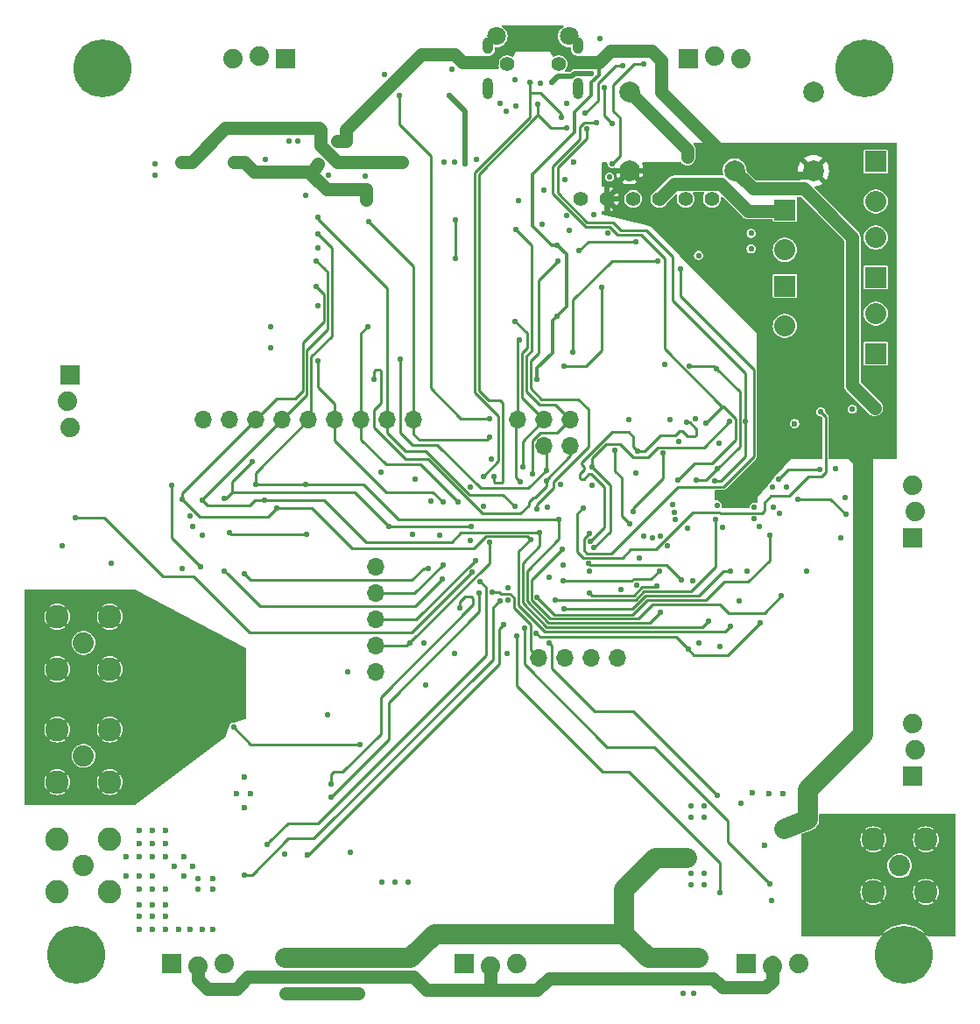
<source format=gbr>
%TF.GenerationSoftware,KiCad,Pcbnew,7.0.9*%
%TF.CreationDate,2024-01-23T11:42:20+00:00*%
%TF.ProjectId,mainboard,6d61696e-626f-4617-9264-2e6b69636164,rev?*%
%TF.SameCoordinates,Original*%
%TF.FileFunction,Copper,L3,Inr*%
%TF.FilePolarity,Positive*%
%FSLAX46Y46*%
G04 Gerber Fmt 4.6, Leading zero omitted, Abs format (unit mm)*
G04 Created by KiCad (PCBNEW 7.0.9) date 2024-01-23 11:42:20*
%MOMM*%
%LPD*%
G01*
G04 APERTURE LIST*
%TA.AperFunction,ComponentPad*%
%ADD10C,1.800000*%
%TD*%
%TA.AperFunction,ComponentPad*%
%ADD11C,1.408000*%
%TD*%
%TA.AperFunction,ComponentPad*%
%ADD12R,1.879600X1.879600*%
%TD*%
%TA.AperFunction,ComponentPad*%
%ADD13C,1.879600*%
%TD*%
%TA.AperFunction,ComponentPad*%
%ADD14R,2.032000X2.032000*%
%TD*%
%TA.AperFunction,ComponentPad*%
%ADD15C,2.032000*%
%TD*%
%TA.AperFunction,ComponentPad*%
%ADD16O,1.700000X1.700000*%
%TD*%
%TA.AperFunction,ComponentPad*%
%ADD17C,5.600000*%
%TD*%
%TA.AperFunction,ComponentPad*%
%ADD18O,1.000000X2.100000*%
%TD*%
%TA.AperFunction,ComponentPad*%
%ADD19O,1.000000X1.600000*%
%TD*%
%TA.AperFunction,ComponentPad*%
%ADD20C,2.006600*%
%TD*%
%TA.AperFunction,ComponentPad*%
%ADD21C,2.050000*%
%TD*%
%TA.AperFunction,ComponentPad*%
%ADD22C,2.250000*%
%TD*%
%TA.AperFunction,ComponentPad*%
%ADD23C,1.400000*%
%TD*%
%TA.AperFunction,ViaPad*%
%ADD24C,0.584200*%
%TD*%
%TA.AperFunction,ViaPad*%
%ADD25C,0.600000*%
%TD*%
%TA.AperFunction,Conductor*%
%ADD26C,0.279400*%
%TD*%
%TA.AperFunction,Conductor*%
%ADD27C,0.271780*%
%TD*%
%TA.AperFunction,Conductor*%
%ADD28C,0.508000*%
%TD*%
%TA.AperFunction,Conductor*%
%ADD29C,1.270000*%
%TD*%
%TA.AperFunction,Conductor*%
%ADD30C,0.271781*%
%TD*%
%TA.AperFunction,Conductor*%
%ADD31C,0.304800*%
%TD*%
%TA.AperFunction,Conductor*%
%ADD32C,1.905000*%
%TD*%
%TA.AperFunction,Conductor*%
%ADD33C,0.762000*%
%TD*%
%TA.AperFunction,Conductor*%
%ADD34C,0.609600*%
%TD*%
%TA.AperFunction,Conductor*%
%ADD35C,1.016000*%
%TD*%
%TA.AperFunction,Conductor*%
%ADD36C,0.293370*%
%TD*%
%TA.AperFunction,Conductor*%
%ADD37C,0.234950*%
%TD*%
%TA.AperFunction,Conductor*%
%ADD38C,0.250000*%
%TD*%
G04 APERTURE END LIST*
D10*
%TO.N,GNDREF*%
%TO.C,J11*%
X52712500Y93865700D03*
X45712500Y93865700D03*
D11*
%TO.N,N/C*%
X51712500Y91165700D03*
X46712500Y91165700D03*
%TD*%
D12*
%TO.N,GND*%
%TO.C,JP11*%
X4464000Y61140504D03*
D13*
%TO.N,VSOLAR*%
X4210000Y58600504D03*
%TO.N,/Burn Wires/VBURN1*%
X4464000Y56060504D03*
%TD*%
D12*
%TO.N,GND*%
%TO.C,JP12*%
X85933000Y45392504D03*
D13*
%TO.N,VSOLAR*%
X86187000Y47932504D03*
%TO.N,/Burn Wires/VBURN2*%
X85933000Y50472504D03*
%TD*%
D12*
%TO.N,GND*%
%TO.C,JP13*%
X14312900Y4229100D03*
D13*
%TO.N,VSOLAR*%
X16852900Y3975100D03*
%TO.N,Net-(JP13-Pad3)*%
X19392900Y4229100D03*
%TD*%
D12*
%TO.N,GND*%
%TO.C,JP9*%
X25269500Y91663004D03*
D13*
%TO.N,VSOLAR*%
X22729500Y91917004D03*
%TO.N,Net-(JP9-Pad3)*%
X20189500Y91663004D03*
%TD*%
D14*
%TO.N,VCHRG*%
%TO.C,J3*%
X82372000Y70557804D03*
D15*
%TO.N,GNDREF*%
X82372000Y74413404D03*
%TD*%
D14*
%TO.N,VCHRG*%
%TO.C,J4*%
X82372000Y63202204D03*
D15*
%TO.N,GNDREF*%
X82372000Y67057804D03*
%TD*%
D16*
%TO.N,3.3V*%
%TO.C,J2*%
X34048700Y42557700D03*
%TO.N,SWDIO*%
X34048700Y40017700D03*
%TO.N,SWCLK*%
X34048700Y37477700D03*
%TO.N,~{RESET}*%
X34048700Y34937700D03*
%TO.N,GND*%
X34048700Y32397700D03*
%TD*%
%TO.N,3.3V*%
%TO.C,J8*%
X17360900Y56807100D03*
%TO.N,GND*%
X19900900Y56807100D03*
%TO.N,MOSI*%
X22440900Y56807100D03*
%TO.N,SCK*%
X24980900Y56807100D03*
%TO.N,MISO*%
X27520900Y56807100D03*
%TO.N,PB23*%
X30060900Y56807100D03*
%TO.N,PB22*%
X32600900Y56807100D03*
%TO.N,PA20*%
X35140900Y56807100D03*
%TO.N,PA22*%
X37680900Y56807100D03*
%TD*%
D17*
%TO.N,GND*%
%TO.C,H1*%
X7630000Y90805000D03*
%TD*%
%TO.N,GND*%
%TO.C,H2*%
X5090000Y5080000D03*
%TD*%
%TO.N,GND*%
%TO.C,H3*%
X85090000Y5080000D03*
%TD*%
%TO.N,GND*%
%TO.C,H4*%
X81290000Y90805000D03*
%TD*%
D12*
%TO.N,GND*%
%TO.C,JP15*%
X85940900Y22390100D03*
D13*
%TO.N,VSOLAR*%
X86194900Y24930100D03*
%TO.N,Net-(JP15-Pad3)*%
X85940900Y27470100D03*
%TD*%
D12*
%TO.N,GND*%
%TO.C,JP14*%
X69811900Y4229100D03*
D13*
%TO.N,VSOLAR*%
X72351900Y3975100D03*
%TO.N,Net-(JP14-Pad3)*%
X74891900Y4229100D03*
%TD*%
D18*
%TO.N,GNDREF*%
%TO.C,J13*%
X53540500Y88787300D03*
D19*
X53540500Y92937300D03*
D18*
X44900500Y88787300D03*
D19*
X44900500Y92937300D03*
%TD*%
D20*
%TO.N,VBATT*%
%TO.C,U16*%
X58556200Y80889004D03*
%TO.N,Net-(D4-PadA)*%
X58556200Y88509004D03*
%TO.N,/Burn Wires/VBURN_A_IN*%
X68716200Y80889004D03*
%TO.N,GND*%
X76336200Y88509004D03*
%TO.N,VBATT*%
X76336200Y80889004D03*
%TD*%
D21*
%TO.N,/RF and GPS/RF2_ANT*%
%TO.C,J12*%
X84670900Y13690004D03*
D22*
%TO.N,GND*%
X82130900Y16230004D03*
X82130900Y11150004D03*
X87210900Y16230004D03*
X87210900Y11150004D03*
%TD*%
D21*
%TO.N,RF1_ANT*%
%TO.C,J7*%
X5775000Y13690004D03*
D22*
%TO.N,GND*%
X3235000Y16230004D03*
X3235000Y11150004D03*
X8315000Y16230004D03*
X8315000Y11150004D03*
%TD*%
D16*
%TO.N,PA17*%
%TO.C,J15*%
X50317400Y54267100D03*
%TO.N,PA16*%
X52857400Y54267100D03*
%TD*%
%TO.N,PB17*%
%TO.C,J9*%
X47777400Y56807100D03*
%TO.N,PB16*%
X50317400Y56807100D03*
%TO.N,PA19*%
X52857400Y56807100D03*
%TD*%
D12*
%TO.N,GND*%
%TO.C,JP8*%
X42545000Y4229100D03*
D13*
%TO.N,VSOLAR*%
X45085000Y3975100D03*
%TO.N,Net-(JP8-Pad3)*%
X47625000Y4229100D03*
%TD*%
D16*
%TO.N,DAC0*%
%TO.C,J10*%
X49745900Y33769300D03*
%TO.N,AIN5*%
X52285900Y33769300D03*
%TO.N,GND*%
X54825900Y33769300D03*
%TO.N,3.3V*%
X57365900Y33769300D03*
%TD*%
D12*
%TO.N,GND*%
%TO.C,JP10*%
X64268000Y91663004D03*
D13*
%TO.N,VSOLAR*%
X66808000Y91917004D03*
%TO.N,Net-(JP10-Pad3)*%
X69348000Y91663004D03*
%TD*%
D21*
%TO.N,Net-(J6-Pad1)*%
%TO.C,J6*%
X5775000Y35225392D03*
D22*
%TO.N,GND*%
X3235000Y37765392D03*
X3235000Y32685392D03*
X8315000Y37765392D03*
X8315000Y32685392D03*
%TD*%
D21*
%TO.N,Net-(J5-Pad1)*%
%TO.C,J5*%
X5775000Y24315204D03*
D22*
%TO.N,GND*%
X3235000Y26855204D03*
X3235000Y21775204D03*
X8315000Y26855204D03*
X8315000Y21775204D03*
%TD*%
D14*
%TO.N,VCHRG*%
%TO.C,J16*%
X73581000Y77080404D03*
D15*
%TO.N,Net-(J16-Pad2)*%
X73581000Y73224804D03*
%TD*%
D14*
%TO.N,Net-(J16-Pad2)*%
%TO.C,J17*%
X73581000Y69724804D03*
D15*
%TO.N,VBATT_SENSE*%
X73581000Y65869204D03*
%TD*%
D23*
%TO.N,Net-(C37-Pad2)*%
%TO.C,J14*%
X53809900Y78143100D03*
%TO.N,VBATT*%
X56349900Y78143100D03*
%TO.N,Net-(C39-Pad2)*%
X58889900Y78143100D03*
%TO.N,VCHRG*%
X61429900Y78143100D03*
%TO.N,GND*%
X63969900Y78143100D03*
%TO.N,GNDREF*%
X66509900Y78143100D03*
%TD*%
D14*
%TO.N,GNDREF*%
%TO.C,J18*%
X82372000Y81749900D03*
D15*
%TO.N,GND*%
X82372000Y77894300D03*
%TD*%
D24*
%TO.N,GND*%
X31302000Y32400404D03*
X17484400Y32248004D03*
X17433600Y28285604D03*
X13725200Y26327100D03*
X10169200Y30825604D03*
X17484400Y31079604D03*
X20405400Y32502004D03*
X15249200Y33314804D03*
X16319500Y26202804D03*
X16316000Y33314804D03*
X10169200Y29809604D03*
X20405400Y29555604D03*
X20405400Y31028804D03*
X73720000Y50282004D03*
X17484400Y33314804D03*
X14185900Y33314804D03*
X10169200Y28793604D03*
X17433600Y29250804D03*
X72430000Y48327604D03*
X73025137Y47724504D03*
X14919000Y28692004D03*
X14919000Y30851004D03*
X12760000Y28692004D03*
X12760000Y30851004D03*
X25206000Y14849004D03*
D25*
X16344900Y13627100D03*
X14566900Y13627100D03*
X9872980Y14591540D03*
X11137900Y11452100D03*
X12407900Y11452100D03*
X11137900Y12722100D03*
X12407900Y12722100D03*
X11142980Y17080740D03*
X13682980Y14591540D03*
X13682980Y17080740D03*
X11142980Y14591540D03*
X12412980Y17080740D03*
X12412980Y15810740D03*
X13682980Y15810740D03*
X11142980Y15810740D03*
X12412980Y14591540D03*
D24*
X16344900Y27241500D03*
D25*
X79971900Y14643100D03*
X81368900Y12899900D03*
X78193900Y14516100D03*
X79971900Y16675100D03*
X78193900Y16675100D03*
X78701900Y11468100D03*
X79336900Y15659100D03*
X78701900Y9944100D03*
X79971900Y12865100D03*
X81368900Y14643100D03*
D24*
X9563100Y23406100D03*
X10629900Y23406100D03*
X12153900Y24930100D03*
X11391900Y24168100D03*
X13169900Y24676100D03*
X11645900Y23152100D03*
X12407900Y23914100D03*
X10121900Y36360100D03*
X11137900Y35852100D03*
X12661900Y34328100D03*
X11899900Y35090100D03*
X12915900Y35344100D03*
X12153900Y36106100D03*
X11137900Y36868100D03*
X10017760Y37381180D03*
X56476900Y74841100D03*
X46756923Y34206180D03*
X41668700Y34206180D03*
X9839960Y34274760D03*
X10571480Y33543240D03*
X11231880Y32699960D03*
X10363200Y25841960D03*
X9631680Y25110440D03*
X11023600Y26685240D03*
D25*
X15455900Y12738100D03*
X9867900Y12722100D03*
X13677900Y11452100D03*
X13677900Y9944100D03*
X17233900Y7531100D03*
X13677900Y7531100D03*
X14947900Y7531100D03*
X16090900Y7531100D03*
X12407900Y7531100D03*
X11137900Y7531100D03*
X12407900Y9944100D03*
X11137900Y9944100D03*
X18249900Y7531100D03*
X15455900Y14591540D03*
X18249900Y12484100D03*
D24*
X12915900Y25692100D03*
X13931900Y25311100D03*
X13296900Y33693100D03*
X13804900Y34455100D03*
X13825778Y29769950D03*
D25*
X77431900Y12738100D03*
X79971900Y11468100D03*
X77050900Y14516100D03*
X80606900Y9182100D03*
X74510928Y56426100D03*
X13677900Y8801100D03*
X12407900Y8801100D03*
X11137900Y8801100D03*
X18249900Y11452100D03*
D24*
X16852900Y11444200D03*
X65747900Y19469100D03*
X65747900Y18371100D03*
X64477900Y18371100D03*
X64477900Y12947100D03*
X65747900Y12947100D03*
D25*
X71637900Y15659100D03*
X20543000Y20675600D03*
X21932900Y20675600D03*
X21297900Y22263100D03*
X21297900Y19342100D03*
X72031420Y20675600D03*
X70446900Y20739100D03*
X73421320Y20675600D03*
X77637900Y15659100D03*
X77050900Y16675100D03*
X75399900Y15659100D03*
D24*
X59222570Y40819724D03*
X69938904Y42202100D03*
X71080021Y46493380D03*
X65747900Y11849100D03*
X32976820Y80335120D03*
X64198500Y46329600D03*
X75653900Y42202074D03*
X47840900Y78016100D03*
X8470910Y42964100D03*
X60794900Y45397698D03*
X64891920Y56888380D03*
X62890400Y47853600D03*
X61937900Y62141100D03*
X12661878Y81572100D03*
X46773298Y39409245D03*
X78955890Y45377100D03*
X78447900Y52108154D03*
X72268408Y10357270D03*
X67017481Y48552100D03*
X64477900Y19469100D03*
X38823900Y31153100D03*
X44451162Y48425092D03*
X80098900Y57823108D03*
X61544438Y45578027D03*
X69303900Y19723100D03*
X15299996Y42456100D03*
X51904900Y50584110D03*
X79400412Y49250600D03*
X43141900Y45123100D03*
X64477900Y11849100D03*
X59524900Y43472100D03*
X34886900Y90144600D03*
X23329900Y81953100D03*
X57746900Y40369511D03*
X64703315Y41209247D03*
X72351900Y50316122D03*
X41363900Y90716132D03*
X29324300Y28257500D03*
X3742320Y44634201D03*
X62699900Y48615600D03*
X52158900Y42760906D03*
X43769280Y81950560D03*
X27266900Y78524100D03*
X67525900Y46393100D03*
X65239900Y72682110D03*
X20408900Y28232100D03*
X38696900Y35217100D03*
X16852900Y12484100D03*
%TO.N,3.3V*%
X34632900Y12103100D03*
X64773420Y1386100D03*
X63746620Y1386100D03*
X32346900Y1386100D03*
X26520930Y83731100D03*
X25287600Y1386100D03*
X26314400Y1386100D03*
X66954400Y61760100D03*
X64973200Y50975260D03*
X61302900Y72174046D03*
X41109900Y88112600D03*
X12661900Y80429100D03*
X31330900Y1386100D03*
X29464010Y80424519D03*
X37553900Y45758100D03*
X37172900Y12103100D03*
X50766980Y41579800D03*
X42655889Y81568536D03*
X62948339Y47144752D03*
X16344900Y46520094D03*
X34548607Y51727100D03*
X64350900Y62014064D03*
X50641722Y48345210D03*
X43141900Y50330100D03*
X31601605Y15007395D03*
X53111400Y63347600D03*
X62203345Y44603655D03*
X67081400Y52044600D03*
X35902900Y12103100D03*
X46776478Y40572700D03*
X54648098Y42151300D03*
X25615900Y83731100D03*
%TO.N,ENAB_BURN2*%
X77050900Y57569100D03*
X54089300Y48298102D03*
%TO.N,ENAB_BURN1*%
X4998200Y47302004D03*
X43366495Y42104505D03*
%TO.N,ENAB_GPS*%
X23521654Y15772144D03*
X44113900Y41183500D03*
%TO.N,SWCLK*%
X43649900Y43218100D03*
%TO.N,SWDIO*%
X40526233Y42758279D03*
%TO.N,~{RESET}*%
X37325300Y35242500D03*
X45017647Y44986554D03*
X39331898Y48933116D03*
%TO.N,VBATT*%
X31175960Y83733640D03*
X30270930Y83733640D03*
D25*
X73494900Y17310100D03*
X75780900Y18199100D03*
X74891900Y17691100D03*
D24*
X70446900Y49187100D03*
X51587400Y73698100D03*
X51587400Y66840100D03*
X49641760Y60746638D03*
X67148100Y49520714D03*
%TO.N,USB_D+*%
X51955702Y85991700D03*
X44411900Y51346062D03*
X48933094Y89395300D03*
%TO.N,USB_D-*%
X52514502Y85026500D03*
X45427900Y51346100D03*
X49720496Y87312500D03*
%TO.N,BURN_RELAY_A*%
X54663340Y45811440D03*
X63461896Y71412100D03*
%TO.N,/Burn Wires/VBURN_A_IN*%
X82257900Y57950100D03*
X81749858Y58712100D03*
%TO.N,Net-(D4-PadA)*%
X64149900Y82181700D03*
%TO.N,DAC0*%
X45300900Y40170100D03*
%TO.N,/Avionics/BATTERY*%
X66886246Y47155104D03*
X51396900Y39408100D03*
%TO.N,MISO*%
X61556900Y38201600D03*
X22386573Y50543483D03*
X28409900Y74739499D03*
X27266892Y50584092D03*
X51752500Y47180500D03*
%TO.N,SCK*%
X66192390Y37376100D03*
X17290933Y49021570D03*
X28282900Y72174100D03*
X23302664Y49051146D03*
X49872922Y45885100D03*
%TO.N,MOSI*%
X68287900Y36868100D03*
X48983896Y45250100D03*
X24447501Y48221900D03*
X28303220Y69646800D03*
X15294262Y49102081D03*
%TO.N,FLASH_SCK*%
X54635400Y42900600D03*
X63588900Y41313100D03*
%TO.N,FLASH_IO3*%
X52108100Y41262300D03*
X61429900Y42167191D03*
%TO.N,FLASH_MOSI*%
X54698900Y40043100D03*
X61175900Y40761964D03*
%TO.N,Net-(C12-Pad2)*%
X40195900Y45603100D03*
%TO.N,Net-(C27-Pad1)*%
X53682900Y73126600D03*
X59143894Y74015592D03*
%TO.N,Net-(R6-Pad2)*%
X68287900Y42202100D03*
X52209549Y38514156D03*
%TO.N,Net-(R11-Pad1)*%
X76923900Y51981116D03*
X72959847Y51042157D03*
%TO.N,Net-(R16-Pad1)*%
X70610832Y47235100D03*
%TO.N,Net-(R16-Pad2)*%
X70604426Y48345100D03*
%TO.N,Net-(R42-Pad2)*%
X37807900Y51063515D03*
%TO.N,WDT_WDI*%
X45162459Y53008549D03*
%TO.N,~{CHRG}*%
X49643962Y39594075D03*
X72097900Y45631100D03*
%TO.N,RX*%
X29679900Y21628100D03*
X42125902Y38646100D03*
%TO.N,TX*%
X44030900Y40043100D03*
X29679900Y20358098D03*
%TO.N,PB17*%
X47967900Y50838100D03*
X23837900Y65824068D03*
X47904410Y64554100D03*
%TO.N,PA22*%
X45046904Y55156094D03*
X33362900Y75984100D03*
%TO.N,PA20*%
X47459900Y48425126D03*
X28409900Y76365100D03*
%TO.N,PB22*%
X41998900Y48834685D03*
X33235900Y65824118D03*
%TO.N,PB23*%
X28409900Y62522100D03*
X23837900Y63792100D03*
X40500300Y48834685D03*
%TO.N,PA19*%
X47586900Y75222100D03*
X41744900Y76111100D03*
X41744900Y72428100D03*
X49136245Y51589961D03*
X28409900Y73444100D03*
%TO.N,PB16*%
X28409900Y67856100D03*
X47510700Y66332098D03*
X48221900Y52235100D03*
%TO.N,Net-(R24-Pad1)*%
X32473900Y25438100D03*
X20281900Y27089092D03*
%TO.N,RF1_RST*%
X40474900Y41440100D03*
X19411036Y42202100D03*
%TO.N,RF1_CS*%
X21297900Y41948100D03*
X39077900Y42456100D03*
%TO.N,RF1_IO0*%
X46370519Y37008964D03*
D25*
X27457400Y14706600D03*
D24*
%TO.N,RF2_RST*%
X73240900Y39789100D03*
X52051471Y44312173D03*
%TO.N,RF2_CS*%
X49542700Y36182300D03*
X71208900Y37185600D03*
X64223900Y34645600D03*
%TO.N,USB_CC2*%
X47544410Y87160100D03*
%TO.N,USB_CC1*%
X49974496Y89319100D03*
%TO.N,GNDREF*%
X55725049Y93684233D03*
X70319900Y73342600D03*
X46017178Y87353140D03*
X52692300Y75095100D03*
X70319900Y74815600D03*
X50126944Y75730100D03*
X52438300Y87337900D03*
D25*
X53149500Y81699096D03*
D24*
X50253900Y79032100D03*
%TO.N,VBUS_IN*%
X54825900Y90296990D03*
X47523400Y89636594D03*
X51079416Y89446100D03*
X46647104Y86652100D03*
X56095900Y88938116D03*
X56857900Y85432900D03*
%TO.N,SCL*%
X54805098Y45042350D03*
X64048640Y56558180D03*
X59352180Y53748940D03*
%TO.N,SDA*%
X54952900Y52235100D03*
X68262478Y56624518D03*
X55143863Y44417002D03*
%TO.N,Net-(C36-Pad1)*%
X52285900Y80048100D03*
%TO.N,Net-(C36-Pad2)*%
X56629300Y80251300D03*
%TO.N,RF1_IO4*%
X21323300Y12788900D03*
X46036687Y39306500D03*
%TO.N,Net-(D1-Pad4)*%
X45046900Y56934100D03*
X36283900Y88176100D03*
%TO.N,Net-(C25-Pad2)*%
X74863000Y49139004D03*
X79463900Y47663100D03*
%TO.N,Net-(C37-Pad2)*%
X52488732Y76542532D03*
%TO.N,Net-(C39-Pad2)*%
X55105300Y76619100D03*
%TO.N,SD_CS*%
X43268900Y46520114D03*
X19365113Y49194956D03*
X22059900Y52743100D03*
X35267900Y46520100D03*
%TO.N,Net-(R41-Pad1)*%
X59969400Y45567600D03*
%TO.N,/Power/3V3_EN*%
X52222400Y62014100D03*
X55841900Y69634052D03*
%TO.N,SCL_IMU*%
X61755020Y53582560D03*
X58889900Y47917100D03*
%TO.N,Net-(Q12-Pad6)*%
X62445900Y56807100D03*
%TO.N,SDA_IMU*%
X57170322Y53888640D03*
X58590180Y46743620D03*
%TO.N,Net-(Q13-Pad6)*%
X58508900Y56807100D03*
%TO.N,MISO_RF1*%
X19900900Y45885100D03*
X27293000Y45758100D03*
%TO.N,Net-(Q12-Pad2)*%
X59171840Y51615340D03*
%TO.N,Net-(Q13-Pad2)*%
X54952900Y50457100D03*
%TO.N,MOSI_RF2*%
X67271900Y34899600D03*
%TO.N,SCK_RF2*%
X69176888Y39281100D03*
%TO.N,SCL_PWR*%
X55336440Y85529420D03*
X65930780Y56481980D03*
X63207900Y50965100D03*
%TO.N,SDA_PWR*%
X54397944Y84935050D03*
X69773802Y56644540D03*
X66827404Y50901600D03*
%TO.N,MISO_RF2*%
X65239874Y35217100D03*
%TO.N,Net-(Q18-Pad2)*%
X63319660Y54692560D03*
%TO.N,Net-(Q19-Pad2)*%
X67213480Y54533800D03*
%TO.N,VBUS_RESET*%
X51650900Y72174100D03*
X49618900Y48171110D03*
%TO.N,STAT*%
X57873900Y91033598D03*
X54292500Y86423500D03*
%TO.N,/Power/REGN*%
X56868092Y81569306D03*
X59905900Y91224100D03*
%TO.N,/Power/V_RF*%
X63746620Y4786100D03*
X64773420Y4786100D03*
X26314400Y4786100D03*
X25287600Y4786100D03*
X63207900Y14516100D03*
X64096900Y14516100D03*
%TO.N,ENAB_RF*%
X67017900Y20485100D03*
X50761900Y35264715D03*
%TO.N,MOSI_SD*%
X16090900Y47536100D03*
%TO.N,SCK_SD*%
X17294217Y45632265D03*
%TO.N,MISO_SD*%
X17106900Y42583100D03*
X14312900Y50457100D03*
%TO.N,/RF and GPS/PYLD12_VDD*%
X21295360Y81737200D03*
X20279348Y81737200D03*
X33083500Y79044800D03*
X33083500Y78028788D03*
X27901900Y80810100D03*
X41615360Y81737200D03*
X28395930Y81572158D03*
X40599348Y81737200D03*
%TO.N,/RF and GPS/PYLD34_VDD*%
X15199360Y81737200D03*
X16215372Y81737200D03*
X27887930Y84874100D03*
X36535372Y81737200D03*
X35519360Y81737200D03*
X28903930Y84874100D03*
%TO.N,RF2_IO0*%
X67271900Y11087094D03*
X47650400Y35915608D03*
%TO.N,RF2_IO4*%
X48380988Y36692693D03*
X72097900Y11976100D03*
%TO.N,PA16*%
X33870900Y60744100D03*
X50518900Y50901604D03*
%TO.N,PA17*%
X36410926Y62649100D03*
X50507914Y51917600D03*
%TD*%
D26*
%TO.N,3.3V*%
X56904084Y72174046D02*
X61302900Y72174046D01*
D27*
X66954400Y61760100D02*
X66700436Y62014064D01*
X65952672Y50975260D02*
X67022012Y52044600D01*
D28*
X41109900Y88112600D02*
X42633900Y86588600D01*
D26*
X53111400Y63347600D02*
X53111400Y68381362D01*
D27*
X69216269Y59498231D02*
X69216269Y54179469D01*
D29*
X31330900Y1386100D02*
X32346900Y1386100D01*
D27*
X66700436Y62014064D02*
X64350900Y62014064D01*
X66954400Y61760100D02*
X69216269Y59498231D01*
X64973200Y50975260D02*
X65952672Y50975260D01*
X67022012Y52044600D02*
X67081400Y52044600D01*
D29*
X26314400Y1386100D02*
X31281900Y1386100D01*
D27*
X69216269Y54179469D02*
X67081400Y52044600D01*
D28*
X42633900Y86588600D02*
X42633900Y81590525D01*
D26*
X53111400Y68381362D02*
X56904084Y72174046D01*
D28*
X42633900Y81590525D02*
X42655889Y81568536D01*
D29*
X25287600Y1386100D02*
X26314400Y1386100D01*
D27*
%TO.N,ENAB_BURN2*%
X58699400Y44297600D02*
X61112400Y44297600D01*
X64651891Y47837091D02*
X67284297Y47837091D01*
X77096307Y51299101D02*
X77511909Y51714703D01*
X77511909Y51714703D02*
X77511909Y57108091D01*
X61112400Y44297600D02*
X64651891Y47837091D01*
X77511909Y57108091D02*
X77050900Y57569100D01*
X72224900Y49441100D02*
X74002900Y49441100D01*
X53530500Y47739302D02*
X53530500Y44018200D01*
X54089300Y48298102D02*
X53530500Y47739302D01*
X53530500Y44018200D02*
X54093109Y43455591D01*
X71335900Y47790100D02*
X71589900Y48044100D01*
X71589900Y48044100D02*
X71589900Y48806100D01*
X71589900Y48806100D02*
X72224900Y49441100D01*
X75860901Y51299101D02*
X77096307Y51299101D01*
X57857391Y43455591D02*
X58699400Y44297600D01*
X67331288Y47790100D02*
X71335900Y47790100D01*
X74002900Y49441100D02*
X75860901Y51299101D01*
X67284297Y47837091D02*
X67331288Y47790100D01*
X54093109Y43455591D02*
X57857391Y43455591D01*
D30*
%TO.N,ENAB_BURN1*%
X7815996Y47302004D02*
X4998200Y47302004D01*
D27*
X23893780Y36233100D02*
X26885900Y36233100D01*
D26*
X26885900Y36233100D02*
X37495090Y36233100D01*
D30*
X21805900Y36233100D02*
X16408400Y41630600D01*
X13487400Y41630600D02*
X7815996Y47302004D01*
X16408400Y41630600D02*
X13487400Y41630600D01*
D26*
X37495090Y36233100D02*
X43366495Y42104505D01*
D30*
X23893780Y36233100D02*
X21805900Y36233100D01*
D27*
%TO.N,ENAB_GPS*%
X44113900Y41183500D02*
X44665900Y40631500D01*
X23813753Y16064243D02*
X23521654Y15772144D01*
X28409900Y17818100D02*
X25567610Y17818100D01*
X44665900Y34074100D02*
X28409900Y17818100D01*
X44665900Y40631500D02*
X44665900Y34074100D01*
X25567610Y17818100D02*
X23813753Y16064243D01*
%TO.N,SWCLK*%
X34048700Y37477700D02*
X37909500Y37477700D01*
X37909500Y37477700D02*
X43649900Y43218100D01*
%TO.N,SWDIO*%
X34048700Y40017700D02*
X37785654Y40017700D01*
X37785654Y40017700D02*
X40526233Y42758279D01*
%TO.N,~{RESET}*%
X34048700Y34937700D02*
X37020500Y34937700D01*
X37020500Y34937700D02*
X45017647Y42934847D01*
X45017647Y42934847D02*
X45017647Y44986554D01*
D29*
%TO.N,VSOLAR*%
X45173900Y1689100D02*
X45085000Y1778000D01*
X66641082Y2832100D02*
X67530082Y1943100D01*
X37680900Y2959100D02*
X38950900Y1689100D01*
X72351900Y2578100D02*
X72351900Y4363004D01*
X45173900Y1689100D02*
X49618900Y1689100D01*
X16852900Y3975100D02*
X16852900Y2705100D01*
X20535900Y1816100D02*
X21678900Y2959100D01*
X50761900Y2832100D02*
X66641082Y2832100D01*
X17741900Y1816100D02*
X20535900Y1816100D01*
X38950900Y1689100D02*
X45173900Y1689100D01*
X45085000Y3720965D02*
X45085000Y3975100D01*
X21678900Y2959100D02*
X37680900Y2959100D01*
X45085000Y1778000D02*
X45085000Y3975100D01*
X49618900Y1689100D02*
X50761900Y2832100D01*
X71716900Y1943100D02*
X72351900Y2578100D01*
X67530082Y1943100D02*
X71716900Y1943100D01*
X16852900Y2705100D02*
X17741900Y1816100D01*
%TO.N,VBATT*%
X31175960Y83733640D02*
X30270930Y83733640D01*
D31*
X55587900Y91605100D02*
X55587900Y90124278D01*
D32*
X75780900Y18199100D02*
X73494900Y17310100D01*
D33*
X76336200Y80889004D02*
X75901696Y80454500D01*
D28*
X58556200Y80889004D02*
X59984804Y80889004D01*
X56349900Y78143100D02*
X56349900Y79413100D01*
D29*
X31175960Y84846160D02*
X38442900Y92113100D01*
X61652150Y88461850D02*
X61652150Y91509850D01*
X61652150Y91509850D02*
X60667900Y92494100D01*
D31*
X55587900Y90124278D02*
X54876700Y89413078D01*
X49212500Y80479900D02*
X49212500Y75501500D01*
D29*
X60667900Y92494100D02*
X56730900Y92494100D01*
D31*
X51015900Y73698100D02*
X51587400Y73698100D01*
D28*
X67148100Y49500314D02*
X67148100Y49520714D01*
D34*
X56349900Y78143100D02*
X56349900Y77000100D01*
D33*
X75901696Y80454500D02*
X72263000Y80454500D01*
D31*
X53276500Y86525100D02*
X53276500Y84543900D01*
D28*
X58556200Y80889004D02*
X57286996Y80889004D01*
D29*
X31175960Y83733640D02*
X31175960Y84846160D01*
D32*
X81114900Y52997100D02*
X81114900Y26390600D01*
D31*
X52476400Y72809100D02*
X51587400Y73698100D01*
X49212500Y75501500D02*
X51015900Y73698100D01*
D32*
X81114900Y26390600D02*
X75780900Y21056600D01*
D31*
X51142900Y63284100D02*
X51142900Y66395600D01*
X51587400Y66840100D02*
X52476400Y67729100D01*
D32*
X75780900Y21056600D02*
X75780900Y18199100D01*
D29*
X67525900Y82588100D02*
X61652150Y88461850D01*
D32*
X80225900Y53886100D02*
X81114900Y52997100D01*
D28*
X67169213Y49479201D02*
X67148100Y49500314D01*
D31*
X49641760Y61782960D02*
X51142900Y63284100D01*
D29*
X42391780Y91375290D02*
X45246499Y91375290D01*
D31*
X54876700Y88125300D02*
X53276500Y86525100D01*
D35*
X56349900Y78143100D02*
X56349900Y78206600D01*
D29*
X55587900Y91351100D02*
X53428900Y91351100D01*
D31*
X49641760Y60746638D02*
X49641760Y61782960D01*
X51142900Y66395600D02*
X51587400Y66840100D01*
D28*
X56349900Y78143100D02*
X57339849Y78143100D01*
D35*
X58492700Y80349400D02*
X58556200Y80349400D01*
D31*
X53276500Y84543900D02*
X49212500Y80479900D01*
D29*
X38442900Y92113100D02*
X41653970Y92113100D01*
D31*
X54876700Y89413078D02*
X54876700Y88125300D01*
D29*
X41653970Y92113100D02*
X42391780Y91375290D01*
D31*
X52476400Y67729100D02*
X52476400Y72809100D01*
D29*
X56730900Y92494100D02*
X55587900Y91351100D01*
D28*
X57339849Y78143100D02*
X57619900Y78143100D01*
D27*
%TO.N,USB_D+*%
X49060100Y89395300D02*
X48933094Y89395300D01*
D36*
X43610520Y80730227D02*
X48933094Y86052800D01*
D27*
X48933094Y88404706D02*
X48933094Y89395300D01*
D36*
X48933094Y86052800D02*
X48933094Y88404706D01*
D27*
X49923694Y88404706D02*
X51955702Y86372698D01*
X51955702Y86372698D02*
X51955702Y85991700D01*
D36*
X43776900Y59260593D02*
X43610520Y59426973D01*
X45896520Y57120727D02*
X43776900Y59240347D01*
D27*
X48933094Y88404706D02*
X49923694Y88404706D01*
D36*
X44411900Y51346062D02*
X45896520Y52830682D01*
X43776900Y59240347D02*
X43776900Y59260593D01*
X43610520Y59426973D02*
X43610520Y80730227D01*
X45896520Y52830682D02*
X45896520Y57120727D01*
%TO.N,USB_D-*%
X45427900Y50838100D02*
X45554900Y50711100D01*
X44030900Y59601100D02*
X44030900Y80556100D01*
X46031150Y58712100D02*
X44919900Y58712100D01*
D27*
X50939692Y85026500D02*
X52514502Y85026500D01*
D36*
X46316900Y50838100D02*
X46316900Y58426350D01*
D27*
X49720500Y87312496D02*
X49720496Y87312500D01*
X49720496Y87312500D02*
X49720496Y86245696D01*
D36*
X46189900Y50711100D02*
X46316900Y50838100D01*
X46316900Y58426350D02*
X46031150Y58712100D01*
X44919900Y58712100D02*
X44030900Y59601100D01*
X44030900Y80556100D02*
X49720496Y86245696D01*
X45427900Y51346100D02*
X45427900Y50838100D01*
D27*
X49720496Y86245696D02*
X50939692Y85026500D01*
D36*
X45554900Y50711100D02*
X46189900Y50711100D01*
D26*
%TO.N,BURN_RELAY_A*%
X70573900Y61633100D02*
X63461896Y68745104D01*
X63461896Y68745104D02*
X63461896Y71412100D01*
X54663340Y45811440D02*
X54140100Y45288200D01*
X54140100Y44160440D02*
X54442348Y43858192D01*
X54442348Y43858192D02*
X56801630Y43858192D01*
X54140100Y45288200D02*
X54140100Y44160440D01*
X70573900Y53251100D02*
X70573900Y61633100D01*
X56801630Y43858192D02*
X63273538Y50330100D01*
X63273538Y50330100D02*
X67652900Y50330100D01*
X67652900Y50330100D02*
X70573900Y53251100D01*
D29*
%TO.N,/Burn Wires/VBURN_A_IN*%
X80098900Y74460100D02*
X80098900Y60109100D01*
X80098900Y60109100D02*
X82257900Y57950100D01*
X75435297Y79123703D02*
X80098900Y74460100D01*
X68716200Y80889004D02*
X70481501Y79123703D01*
X70481501Y79123703D02*
X75435297Y79123703D01*
%TO.N,Net-(D4-PadA)*%
X64149900Y82915304D02*
X64149900Y82181700D01*
X58556200Y88509004D02*
X64149900Y82915304D01*
D27*
%TO.N,DAC0*%
X45300900Y40170100D02*
X45986700Y40170100D01*
X46977300Y39992300D02*
X47358300Y39611300D01*
X47358300Y39611300D02*
X47358300Y38646100D01*
X45986700Y40170100D02*
X46164500Y39992300D01*
X47358300Y38646100D02*
X48987708Y37016692D01*
X48987708Y34527492D02*
X49745900Y33769300D01*
X48987708Y37016692D02*
X48987708Y34527492D01*
X46164500Y39992300D02*
X46977300Y39992300D01*
%TO.N,/Avionics/BATTERY*%
X59969451Y40206964D02*
X64489364Y40206964D01*
X59170587Y39408100D02*
X59969451Y40206964D01*
X64489364Y40206964D02*
X66890900Y42608500D01*
X66890900Y42608500D02*
X66890900Y47150450D01*
X51396900Y39408100D02*
X59170587Y39408100D01*
X66890900Y47150450D02*
X66886246Y47155104D01*
D37*
%TO.N,MISO*%
X48632231Y39256943D02*
X50731492Y37157682D01*
X27774900Y57061100D02*
X27774900Y62895320D01*
X36258500Y47180500D02*
X32854908Y50584092D01*
X27226283Y50543483D02*
X27266892Y50584092D01*
X51752500Y47180500D02*
X36258500Y47180500D01*
X28384501Y74739499D02*
X28409900Y74739499D01*
X51752500Y47180500D02*
X51698524Y47126524D01*
X22386573Y50543483D02*
X22386573Y51672773D01*
X27520900Y56807100D02*
X27774900Y57061100D01*
X32854908Y50584092D02*
X27266892Y50584092D01*
X60512982Y37157682D02*
X61556900Y38201600D01*
X29425900Y73723499D02*
X28409900Y74739499D01*
X22386573Y51672773D02*
X27520900Y56807100D01*
X22386573Y50543483D02*
X27226283Y50543483D01*
X50731492Y37157682D02*
X60512982Y37157682D01*
X27520900Y56553100D02*
X27520900Y56807100D01*
X27774900Y62895320D02*
X29768821Y64889243D01*
X29768821Y64889243D02*
X29768821Y73380578D01*
X51752500Y47180500D02*
X51752500Y45326300D01*
X51752500Y45326300D02*
X48632231Y42206031D01*
X29768821Y73380578D02*
X29425900Y73723499D01*
X48632231Y42206031D02*
X48632231Y39256943D01*
%TO.N,SCK*%
X17300887Y49031524D02*
X17290933Y49021570D01*
X65575181Y36758891D02*
X66192390Y37376100D01*
X48214291Y42956491D02*
X48214291Y39110909D01*
X27374861Y63519061D02*
X29406861Y65551061D01*
X22304476Y49051146D02*
X21805430Y48552100D01*
X49872922Y45885100D02*
X42252900Y45885100D01*
X29406861Y71050139D02*
X29025861Y71431139D01*
X27374861Y59201061D02*
X27374861Y63519061D01*
X33108900Y44996100D02*
X29053854Y49051146D01*
X23302664Y49051146D02*
X23283042Y49031524D01*
X50566309Y36758891D02*
X65575181Y36758891D01*
X17290933Y49117133D02*
X17290933Y49021570D01*
X17760403Y48552100D02*
X17290933Y49021570D01*
X24980900Y56807100D02*
X27374861Y59201061D01*
X29406861Y65551061D02*
X29406861Y71050139D01*
X48214291Y39110909D02*
X50566309Y36758891D01*
X49872922Y44615122D02*
X48214291Y42956491D01*
X21805430Y48552100D02*
X17760403Y48552100D01*
X29025861Y71431139D02*
X28282900Y72174100D01*
X41363900Y44996100D02*
X33108900Y44996100D01*
X29053854Y49051146D02*
X23302664Y49051146D01*
X49872922Y45885100D02*
X49872922Y44615122D01*
X23302664Y49051146D02*
X22304476Y49051146D01*
X24980900Y56807100D02*
X17290933Y49117133D01*
X42252900Y45885100D02*
X41363900Y44996100D01*
%TO.N,MOSI*%
X47840900Y38905275D02*
X50386075Y36360100D01*
X23634701Y47409100D02*
X24447501Y48221900D01*
X15294262Y49102081D02*
X16987243Y47409100D01*
X48983896Y45250100D02*
X47840900Y44107104D01*
X22440900Y56807100D02*
X15294262Y49660462D01*
X27851100Y48221900D02*
X24447501Y48221900D01*
X47840900Y44107104D02*
X47840900Y38905275D01*
X24472900Y58839100D02*
X26250900Y58839100D01*
X15294262Y49660462D02*
X15294262Y49102081D01*
X67779900Y36360100D02*
X68287900Y36868100D01*
X44684939Y45523139D02*
X43522900Y44361100D01*
X27012900Y59601100D02*
X27012900Y64300100D01*
X31711900Y44361100D02*
X27851100Y48221900D01*
X22440900Y56807100D02*
X24472900Y58839100D01*
X50386075Y36360100D02*
X67779900Y36360100D01*
X43522900Y44361100D02*
X31711900Y44361100D01*
X16987243Y47409100D02*
X23634701Y47409100D01*
X27012900Y64300100D02*
X29044900Y66332100D01*
X48983896Y45250100D02*
X48710857Y45523139D01*
X48710857Y45523139D02*
X44684939Y45523139D01*
X29044900Y66332100D02*
X29044900Y68905120D01*
X29044900Y68905120D02*
X28303220Y69646800D01*
X26250900Y58839100D02*
X27012900Y59601100D01*
D26*
%TO.N,FLASH_SCK*%
X63588900Y41313100D02*
X62103052Y42798948D01*
X62103052Y42798948D02*
X54737052Y42798948D01*
X54737052Y42798948D02*
X54635400Y42900600D01*
%TO.N,FLASH_IO3*%
X60641234Y41378525D02*
X58954345Y41378525D01*
X58954345Y41378525D02*
X58838120Y41262300D01*
X58838120Y41262300D02*
X52108100Y41262300D01*
X61429900Y42167191D02*
X60641234Y41378525D01*
%TO.N,FLASH_MOSI*%
X61023501Y40609565D02*
X61175900Y40761964D01*
X54698900Y40043100D02*
X54931299Y39810701D01*
X54931299Y39810701D02*
X59003826Y39810701D01*
X59802689Y40609565D02*
X61023501Y40609565D01*
X59003826Y39810701D02*
X59802689Y40609565D01*
%TO.N,Net-(C27-Pad1)*%
X53682900Y73126600D02*
X54571892Y74015592D01*
X54571892Y74015592D02*
X59143894Y74015592D01*
D30*
%TO.N,Net-(R6-Pad2)*%
X67627500Y42202100D02*
X68287900Y42202100D01*
X58840618Y38514156D02*
X60134635Y39808173D01*
X52209549Y38514156D02*
X58840618Y38514156D01*
X65233573Y39808173D02*
X67627500Y42202100D01*
X60134635Y39808173D02*
X65233573Y39808173D01*
D38*
%TO.N,Net-(R11-Pad1)*%
X73898790Y51981100D02*
X76923884Y51981100D01*
X76923884Y51981100D02*
X76923900Y51981116D01*
X72959847Y51042157D02*
X73898790Y51981100D01*
D27*
%TO.N,~{CHRG}*%
X72097900Y43218100D02*
X72097900Y45631100D01*
X70002400Y41122600D02*
X72097900Y43218100D01*
X67681572Y41122600D02*
X70002400Y41122600D01*
X51282773Y37955264D02*
X58845701Y37955264D01*
X60299819Y39409382D02*
X65968354Y39409382D01*
X49643962Y39594075D02*
X51282773Y37955264D01*
X58845701Y37955264D02*
X60299819Y39409382D01*
X65968354Y39409382D02*
X67681572Y41122600D01*
D37*
%TO.N,RX*%
X43459400Y38963600D02*
X34505900Y30010100D01*
X30822900Y22771100D02*
X29933900Y22771100D01*
X43268900Y39725600D02*
X43459400Y39535100D01*
X42633900Y39725600D02*
X43268900Y39725600D01*
X29933900Y22771100D02*
X29679900Y22517100D01*
X42125902Y39217602D02*
X42633900Y39725600D01*
X42125902Y38646100D02*
X42125902Y39217602D01*
X34505900Y30010100D02*
X34505900Y26454100D01*
X29679900Y22517100D02*
X29679900Y21628100D01*
X34505900Y26454100D02*
X30822900Y22771100D01*
X43459400Y39535100D02*
X43459400Y38963600D01*
%TO.N,TX*%
X35267900Y29502100D02*
X44030900Y38265100D01*
X29679898Y20358098D02*
X35267900Y25946100D01*
X44030900Y38265100D02*
X44030900Y40043100D01*
X35267900Y25946100D02*
X35267900Y29502100D01*
X29679900Y20358098D02*
X29679898Y20358098D01*
D27*
%TO.N,PB17*%
X47777400Y56807100D02*
X47713900Y56870600D01*
X47713900Y56870600D02*
X47713900Y64363590D01*
X47777400Y56807100D02*
X47586900Y56616600D01*
X47586900Y51219100D02*
X47967900Y50838100D01*
X47586900Y56616600D02*
X47586900Y51219100D01*
X47713900Y64363590D02*
X47904410Y64554100D01*
%TO.N,PA22*%
X45046904Y55156094D02*
X44754805Y54863995D01*
X38227005Y54863995D02*
X37680900Y55410100D01*
X44754805Y54863995D02*
X38227005Y54863995D01*
X37680900Y71666100D02*
X37680900Y62522098D01*
X33362900Y75984100D02*
X37680900Y71666100D01*
X37680900Y55410100D02*
X37680900Y56807100D01*
X37680900Y62522098D02*
X37680900Y56807100D01*
%TO.N,PA20*%
X35140900Y69507104D02*
X28409900Y76238104D01*
X28409900Y76238104D02*
X28409900Y76365100D01*
X38853832Y53759100D02*
X43045456Y49567476D01*
X36918900Y53759100D02*
X38853832Y53759100D01*
X35140900Y55537100D02*
X36918900Y53759100D01*
X35140900Y56807100D02*
X35140900Y55537100D01*
X43045456Y49567476D02*
X46317550Y49567476D01*
X46317550Y49567476D02*
X47459900Y48425126D01*
X35140900Y56807100D02*
X35140900Y69507104D01*
%TO.N,PB22*%
X32600900Y56807100D02*
X32600900Y54902100D01*
X32600900Y54902100D02*
X35013900Y52489100D01*
X35013900Y52489100D02*
X38344485Y52489100D01*
X38344485Y52489100D02*
X41998900Y48834685D01*
X32600900Y56807100D02*
X32600900Y65189118D01*
X32600900Y65189118D02*
X33235900Y65824118D01*
%TO.N,PB23*%
X30060900Y58331100D02*
X28409900Y59982100D01*
X35013900Y49822100D02*
X30060900Y54775100D01*
X28409900Y59982100D02*
X28409900Y62522100D01*
X30060900Y56807100D02*
X30060900Y58331100D01*
X40500300Y48834685D02*
X39512885Y49822100D01*
X30060900Y54775100D02*
X30060900Y56807100D01*
X39512885Y49822100D02*
X35013900Y49822100D01*
%TO.N,PA19*%
X49157897Y51611613D02*
X49136245Y51589961D01*
X51587400Y55537100D02*
X49940320Y55537100D01*
D37*
X41744900Y72428100D02*
X41744900Y76111100D01*
D27*
X49110900Y63474600D02*
X48585109Y62948809D01*
X48585109Y62948809D02*
X48585109Y59555391D01*
X49110900Y73698100D02*
X49110900Y63474600D01*
X52857400Y56807100D02*
X51587400Y55537100D01*
X49940320Y55537100D02*
X49157897Y54754677D01*
X49872900Y58267600D02*
X51396900Y58267600D01*
X47586900Y75222100D02*
X49110900Y73698100D01*
X49157897Y54754677D02*
X49157897Y51611613D01*
X48585109Y59555391D02*
X49872900Y58267600D01*
X51396900Y58267600D02*
X52857400Y56807100D01*
%TO.N,PB16*%
X48221900Y54711600D02*
X48221900Y52235100D01*
X47586906Y66332094D02*
X47510704Y66332094D01*
X48666400Y63762406D02*
X48666400Y65176398D01*
X47510704Y66332094D02*
X47510700Y66332098D01*
X48186318Y58938182D02*
X48186318Y63282324D01*
X50317400Y56807100D02*
X48221900Y54711600D01*
X48666400Y65176398D02*
X47510700Y66332098D01*
X50317400Y56807100D02*
X48186318Y58938182D01*
X48186318Y63282324D02*
X48666400Y63762406D01*
D26*
%TO.N,Net-(R24-Pad1)*%
X21932892Y25438100D02*
X20281900Y27089092D01*
X32473900Y25438100D02*
X21932892Y25438100D01*
%TO.N,RF1_RST*%
X19703135Y41910001D02*
X19411036Y42202100D01*
X40474900Y41440100D02*
X37807900Y38773100D01*
X22840036Y38773100D02*
X19703135Y41910001D01*
X37807900Y38773100D02*
X22840036Y38773100D01*
D37*
%TO.N,RF1_CS*%
X21932900Y41313100D02*
X21297900Y41948100D01*
X39077900Y42456100D02*
X38664809Y42456100D01*
X37521809Y41313100D02*
X21932900Y41313100D01*
X38664809Y42456100D02*
X37521809Y41313100D01*
D27*
%TO.N,RF1_IO0*%
X27482800Y14706600D02*
X27457400Y14706600D01*
X45935900Y33159700D02*
X27482800Y14706600D01*
X45935900Y36574345D02*
X45935900Y33159700D01*
X46370519Y37008964D02*
X45935900Y36574345D01*
%TO.N,RF2_RST*%
X59400473Y37556473D02*
X60807600Y38963600D01*
X60807600Y38963600D02*
X67302382Y38963600D01*
X68127882Y38138100D02*
X71589900Y38138100D01*
X67302382Y38963600D02*
X68127882Y38138100D01*
X49056421Y41317123D02*
X49056421Y39396727D01*
X71589900Y38138100D02*
X73240900Y39789100D01*
X52051471Y44312173D02*
X49056421Y41317123D01*
X50896675Y37556473D02*
X59400473Y37556473D01*
X49056421Y39396727D02*
X50896675Y37556473D01*
D37*
%TO.N,RF2_CS*%
X64795400Y34074100D02*
X68097400Y34074100D01*
X64223900Y34645600D02*
X64795400Y34074100D01*
X49542700Y36182300D02*
X49923700Y35801300D01*
X49923700Y35801300D02*
X63068200Y35801300D01*
X68097400Y34074100D02*
X71208900Y37185600D01*
X63068200Y35801300D02*
X64223900Y34645600D01*
D28*
%TO.N,VBUS_IN*%
X52987564Y90030300D02*
X53254254Y90296990D01*
X51079416Y89446100D02*
X51663616Y90030300D01*
D26*
X56095900Y86194900D02*
X56095900Y88938116D01*
D28*
X51663616Y90030300D02*
X52987564Y90030300D01*
D26*
X56857900Y85432900D02*
X56095900Y86194900D01*
D28*
X53254254Y90296990D02*
X54825900Y90296990D01*
D37*
%TO.N,SCL*%
X58953400Y54147720D02*
X58953400Y55156100D01*
X65049400Y55918100D02*
X64409320Y56558180D01*
X56159400Y50266600D02*
X56159400Y46396652D01*
X53746400Y51219100D02*
X53873400Y51092100D01*
X64409320Y56558180D02*
X64048640Y56558180D01*
X53746400Y51536600D02*
X53746400Y51219100D01*
X54889400Y51536600D02*
X56159400Y50266600D01*
X61555631Y55281831D02*
X62952631Y55281831D01*
X62952631Y55281831D02*
X63398400Y55727600D01*
X58508900Y55600600D02*
X56865425Y55600600D01*
X53936900Y52672075D02*
X53936900Y52489100D01*
X64922400Y55219600D02*
X65049400Y55346600D01*
X56865425Y55600600D02*
X53936900Y52672075D01*
X59352180Y53748940D02*
X58953400Y54147720D01*
X56159400Y46396652D02*
X54805098Y45042350D01*
X54190900Y51981100D02*
X53746400Y51536600D01*
X54190900Y51092100D02*
X54635400Y51536600D01*
X54190900Y52235100D02*
X54190900Y51981100D01*
X60022740Y53748940D02*
X61555631Y55281831D01*
X65049400Y55346600D02*
X65049400Y55918100D01*
X64160400Y55219600D02*
X64922400Y55219600D01*
X58953400Y55156100D02*
X58508900Y55600600D01*
X53936900Y52489100D02*
X54190900Y52235100D01*
X63398400Y55727600D02*
X63652400Y55727600D01*
X54635400Y51536600D02*
X54889400Y51536600D01*
X53873400Y51092100D02*
X54190900Y51092100D01*
X59352180Y53748940D02*
X60022740Y53748940D01*
X63652400Y55727600D02*
X64160400Y55219600D01*
%TO.N,SDA*%
X68262478Y56621302D02*
X68262478Y56624518D01*
X56286400Y54457600D02*
X57683400Y54457600D01*
X60350400Y53187600D02*
X61300360Y54137560D01*
X65778736Y54137560D02*
X68262478Y56621302D01*
X54952900Y52235100D02*
X54952900Y53124100D01*
X56730900Y50457100D02*
X56730900Y46004039D01*
X54952900Y52235100D02*
X56730900Y50457100D01*
X56730900Y46004039D02*
X55143863Y44417002D01*
X54952900Y53124100D02*
X56286400Y54457600D01*
X58953400Y53187600D02*
X60350400Y53187600D01*
X57683400Y54457600D02*
X58953400Y53187600D01*
X61300360Y54137560D02*
X65778736Y54137560D01*
D29*
%TO.N,VCHRG*%
X69992458Y77000100D02*
X73500696Y77000100D01*
X62898020Y79611220D02*
X67381338Y79611220D01*
X61429900Y78143100D02*
X62898020Y79611220D01*
X67381338Y79611220D02*
X69992458Y77000100D01*
X73500696Y77000100D02*
X73581000Y77080404D01*
D27*
%TO.N,RF1_IO4*%
X45351700Y38621513D02*
X45744588Y39014401D01*
X45744588Y39014401D02*
X46036687Y39306500D01*
X28028900Y16319500D02*
X45351700Y33642300D01*
X46138271Y39408084D02*
X46036687Y39306500D01*
X25577800Y16319500D02*
X28028900Y16319500D01*
X22047200Y12788900D02*
X25577800Y16319500D01*
X45351700Y33642300D02*
X45351700Y38621513D01*
X21323300Y12788900D02*
X22047200Y12788900D01*
D26*
%TO.N,Net-(D1-Pad4)*%
X39331900Y82334100D02*
X39331900Y59855100D01*
X42252900Y56934100D02*
X45046900Y56934100D01*
X36283900Y85382100D02*
X39331900Y82334100D01*
X36283900Y88176100D02*
X36283900Y85382100D01*
X39331900Y59855100D02*
X42252900Y56934100D01*
%TO.N,Net-(C25-Pad2)*%
X74863000Y49139004D02*
X77987996Y49139004D01*
X77987996Y49139004D02*
X79463900Y47663100D01*
D37*
%TO.N,SD_CS*%
X20154900Y49822100D02*
X19527756Y49194956D01*
X19527756Y49194956D02*
X19365113Y49194956D01*
X35267914Y46520114D02*
X35267900Y46520100D01*
X35267900Y46520100D02*
X31965900Y49822100D01*
X43268900Y46520114D02*
X35267914Y46520114D01*
X24091900Y49822100D02*
X20154900Y49822100D01*
X31965900Y49822100D02*
X24091900Y49822100D01*
X20154900Y49822100D02*
X20154900Y50838100D01*
X20154900Y50838100D02*
X22059900Y52743100D01*
D27*
%TO.N,/Power/3V3_EN*%
X55841900Y69634052D02*
X55841900Y63538100D01*
X55841900Y63538100D02*
X54317900Y62014100D01*
X54317900Y62014100D02*
X52222400Y62014100D01*
D37*
%TO.N,SCL_IMU*%
X58889900Y48298100D02*
X61755020Y51163220D01*
X61755020Y51163220D02*
X61755020Y53582560D01*
X58889900Y47917100D02*
X58889900Y48298100D01*
%TO.N,SDA_IMU*%
X57170322Y51836318D02*
X57170322Y53888640D01*
X57810400Y47523400D02*
X57810400Y51196240D01*
X58590180Y46743620D02*
X57810400Y47523400D01*
X57810400Y51196240D02*
X57170322Y51836318D01*
%TO.N,MISO_RF1*%
X27293000Y45758100D02*
X20027900Y45758100D01*
X20027900Y45758100D02*
X19900900Y45885100D01*
%TO.N,SCL_PWR*%
X54200046Y85529420D02*
X53780699Y85110073D01*
X68817478Y56912522D02*
X67652900Y58077100D01*
X57365900Y74714100D02*
X59651900Y74714100D01*
X56603900Y75476100D02*
X57365900Y74714100D01*
X68817478Y54860178D02*
X68817478Y56912522D01*
X51142900Y81267300D02*
X51142900Y78647210D01*
X67493731Y58077100D02*
X67652900Y58077100D01*
X53780699Y83905099D02*
X51142900Y81267300D01*
X64823977Y52581177D02*
X66538477Y52581177D01*
X61937900Y63632931D02*
X67493731Y58077100D01*
X51142900Y78647210D02*
X54314010Y75476100D01*
X63207900Y50965100D02*
X64823977Y52581177D01*
X54314010Y75476100D02*
X56603900Y75476100D01*
X55336440Y85529420D02*
X54200046Y85529420D01*
X61937900Y72428100D02*
X61937900Y63632931D01*
X67525900Y58077100D02*
X65930780Y56481980D01*
X53780699Y85110073D02*
X53780699Y83905099D01*
X67652900Y58077100D02*
X67525900Y58077100D01*
X66538477Y52581177D02*
X68817478Y54860178D01*
X59651900Y74714100D02*
X61937900Y72428100D01*
%TO.N,SDA_PWR*%
X69773802Y61290198D02*
X69773802Y56644540D01*
X51600111Y81160537D02*
X51600111Y78701889D01*
X69773802Y56644540D02*
X69773800Y56644538D01*
X54444900Y75857100D02*
X56984900Y75857100D01*
X54397944Y84935050D02*
X54397944Y83958368D01*
X56984900Y75857100D02*
X57746900Y75095100D01*
X60159900Y75095100D02*
X62699900Y72555100D01*
X62699900Y68364100D02*
X69773802Y61290198D01*
X69773800Y53278365D02*
X67397035Y50901600D01*
X67397035Y50901600D02*
X66827404Y50901600D01*
X69773800Y56644538D02*
X69773800Y53278365D01*
X57746900Y75095100D02*
X60159900Y75095100D01*
X62699900Y72555100D02*
X62699900Y68364100D01*
X54397944Y83958368D02*
X51600111Y81160537D01*
X51600111Y78701889D02*
X54444900Y75857100D01*
D27*
%TO.N,VBUS_RESET*%
X53619957Y58775043D02*
X50063957Y58775043D01*
X49745900Y63220600D02*
X49745900Y70269100D01*
X49618900Y48584201D02*
X51206400Y50171701D01*
X49745900Y70269100D02*
X51650900Y72174100D01*
X48983900Y59855100D02*
X48983900Y62458600D01*
X54571900Y54203600D02*
X54571900Y57823100D01*
X51206400Y50171701D02*
X51206400Y50838100D01*
X48983900Y62458600D02*
X49745900Y63220600D01*
X50063957Y58775043D02*
X48983900Y59855100D01*
X54571900Y57823100D02*
X53619957Y58775043D01*
X49618900Y48171110D02*
X49618900Y48584201D01*
X51206400Y50838100D02*
X54571900Y54203600D01*
%TO.N,STAT*%
X55540908Y87671908D02*
X55540908Y89331497D01*
X55540908Y89331497D02*
X57243009Y91033598D01*
X57243009Y91033598D02*
X57873900Y91033598D01*
X54292500Y86423500D02*
X55540908Y87671908D01*
%TO.N,/Power/REGN*%
X59016900Y91224100D02*
X56984900Y89192100D01*
X59905900Y91224100D02*
X59016900Y91224100D01*
X57619900Y86017100D02*
X57619900Y82321114D01*
X57619900Y82321114D02*
X56868092Y81569306D01*
X56984900Y89192100D02*
X56984900Y86652100D01*
X56984900Y86652100D02*
X57619900Y86017100D01*
D32*
%TO.N,/Power/V_RF*%
X58000900Y11468100D02*
X58000900Y7150100D01*
X60364900Y4786100D02*
X64127620Y4786100D01*
X63207900Y14516100D02*
X61048900Y14516100D01*
X61048900Y14516100D02*
X58000900Y11468100D01*
X49237900Y7150100D02*
X58000900Y7150100D01*
X63207900Y14516100D02*
X64096900Y14516100D01*
X58000900Y7150100D02*
X60364900Y4786100D01*
X64127620Y4786100D02*
X65154420Y4786100D01*
X37348900Y4786100D02*
X39712900Y7150100D01*
X39712900Y7150100D02*
X49237900Y7150100D01*
X25234900Y4786100D02*
X37348900Y4786100D01*
D27*
%TO.N,ENAB_RF*%
X51015900Y35010715D02*
X50761900Y35264715D01*
X55206900Y28613100D02*
X51015900Y32804100D01*
X51015900Y32804100D02*
X51015900Y35010715D01*
X58889900Y28613100D02*
X55206900Y28613100D01*
X67017900Y20485100D02*
X58889900Y28613100D01*
D37*
%TO.N,MISO_SD*%
X14312900Y45377100D02*
X14312900Y50457100D01*
X17106900Y42583100D02*
X14312900Y45377100D01*
D29*
%TO.N,/RF and GPS/PYLD12_VDD*%
X21295360Y81737200D02*
X22222460Y80810100D01*
X33083500Y78028788D02*
X33083500Y79044800D01*
X28395930Y81572158D02*
X27901900Y80810100D01*
X20279348Y81737200D02*
X21295360Y81737200D01*
X27520900Y80810100D02*
X29286200Y79044800D01*
X22222460Y80810100D02*
X27520900Y80810100D01*
X29286200Y79044800D02*
X33083500Y79044800D01*
%TO.N,/RF and GPS/PYLD34_VDD*%
X35519360Y81737200D02*
X36535372Y81737200D01*
X30276800Y81737200D02*
X28663900Y83350100D01*
X28536900Y85001100D02*
X28663900Y84874100D01*
X28663900Y83350100D02*
X28663900Y84874100D01*
X19479272Y85001100D02*
X28536900Y85001100D01*
X15199360Y81737200D02*
X16215372Y81737200D01*
X35519360Y81737200D02*
X30276800Y81737200D01*
X16215372Y81737200D02*
X19479272Y85001100D01*
D27*
%TO.N,RF2_IO0*%
X58508900Y22771100D02*
X67271900Y14008100D01*
X55968900Y22771100D02*
X58508900Y22771100D01*
X47650400Y31089600D02*
X55968900Y22771100D01*
X47650400Y35915608D02*
X47650400Y31089600D01*
X67271900Y14008100D02*
X67271900Y11087094D01*
D26*
%TO.N,RF2_IO4*%
X68033900Y18072100D02*
X68033900Y16040100D01*
X48380988Y36692693D02*
X48380988Y33216512D01*
X56413400Y25184100D02*
X60921900Y25184100D01*
X60921900Y25184100D02*
X68033900Y18072100D01*
X68033900Y16040100D02*
X72097900Y11976100D01*
X48380988Y33216512D02*
X56413400Y25184100D01*
D37*
%TO.N,PA16*%
X34569400Y61474350D02*
X34410650Y61633100D01*
X50518900Y50901604D02*
X50518900Y50341100D01*
X34569400Y58458100D02*
X34569400Y61474350D01*
X49237900Y49250600D02*
X48825150Y48837850D01*
X33997900Y61633100D02*
X33870900Y61506100D01*
X34410650Y61633100D02*
X33997900Y61633100D01*
X48825150Y48837850D02*
X48825150Y48520350D01*
X44348400Y47726600D02*
X39077900Y52997100D01*
X48825150Y48520350D02*
X48031400Y47726600D01*
X48031400Y47726600D02*
X44348400Y47726600D01*
X36918900Y52997100D02*
X33870900Y56045100D01*
X49428400Y49250600D02*
X49237900Y49250600D01*
X33870900Y61506100D02*
X33870900Y60744100D01*
X33870900Y57759600D02*
X34569400Y58458100D01*
X50518900Y50976100D02*
X50518900Y50901604D01*
X52857400Y54267100D02*
X52857400Y53314600D01*
X50518900Y50341100D02*
X49428400Y49250600D01*
X39077900Y52997100D02*
X36918900Y52997100D01*
X33870900Y56045100D02*
X33870900Y57759600D01*
X52857400Y53314600D02*
X50518900Y50976100D01*
%TO.N,PA17*%
X39966900Y54394100D02*
X37553900Y54394100D01*
X48793414Y50203100D02*
X44157900Y50203100D01*
X50507914Y51917600D02*
X48793414Y50203100D01*
X50507914Y54076586D02*
X50317400Y54267100D01*
X50507914Y51917600D02*
X50507914Y54076586D01*
X37553900Y54394100D02*
X36410926Y55537074D01*
X36410926Y55537074D02*
X36410926Y62649100D01*
X44157900Y50203100D02*
X39966900Y54394100D01*
%TD*%
%TA.AperFunction,Conductor*%
%TO.N,VBATT*%
G36*
X52181737Y94892911D02*
G01*
X52207457Y94848362D01*
X52198524Y94797704D01*
X52168849Y94768985D01*
X52145967Y94756754D01*
X52124706Y94745390D01*
X51964384Y94613816D01*
X51832810Y94453494D01*
X51735038Y94270575D01*
X51735037Y94270571D01*
X51674833Y94072104D01*
X51654505Y93865700D01*
X51674833Y93659297D01*
X51735037Y93460830D01*
X51735038Y93460826D01*
X51832810Y93277907D01*
X51964384Y93117585D01*
X52124706Y92986011D01*
X52124707Y92986011D01*
X52124709Y92986009D01*
X52307623Y92888240D01*
X52307625Y92888239D01*
X52307629Y92888238D01*
X52353022Y92874469D01*
X52506095Y92828034D01*
X52712500Y92807705D01*
X52805030Y92816819D01*
X52854858Y92804048D01*
X52884821Y92762236D01*
X52887600Y92741981D01*
X52887600Y92596227D01*
X52903085Y92473641D01*
X52903086Y92473637D01*
X52963809Y92320269D01*
X52963811Y92320264D01*
X52963812Y92320263D01*
X53060774Y92186807D01*
X53187878Y92081657D01*
X53187879Y92081657D01*
X53187880Y92081656D01*
X53187883Y92081654D01*
X53269978Y92043024D01*
X53337139Y92011420D01*
X53337141Y92011420D01*
X53337143Y92011419D01*
X53433426Y91993053D01*
X53494791Y91981347D01*
X53538975Y91955008D01*
X53555900Y91907479D01*
X53555900Y90779090D01*
X53538307Y90730752D01*
X53493758Y90705032D01*
X53480700Y90703890D01*
X53189807Y90703890D01*
X53164599Y90695700D01*
X53153131Y90692947D01*
X53126947Y90688799D01*
X53103327Y90676765D01*
X53092428Y90672251D01*
X53067224Y90664062D01*
X53067223Y90664062D01*
X53045772Y90648477D01*
X53035717Y90642315D01*
X53012101Y90630281D01*
X53012100Y90630280D01*
X53000639Y90618818D01*
X52989177Y90607356D01*
X52920962Y90539141D01*
X52865947Y90484126D01*
X52819327Y90462386D01*
X52812773Y90462100D01*
X52400949Y90462100D01*
X52352611Y90479693D01*
X52326891Y90524242D01*
X52335824Y90574900D01*
X52345061Y90587615D01*
X52409565Y90659252D01*
X52499629Y90815248D01*
X52555292Y90986559D01*
X52574120Y91165700D01*
X52555292Y91344841D01*
X52536737Y91401945D01*
X52499631Y91516148D01*
X52499628Y91516155D01*
X52409567Y91672145D01*
X52409566Y91672147D01*
X52289036Y91806008D01*
X52216355Y91858814D01*
X52143310Y91911885D01*
X52143307Y91911887D01*
X52143305Y91911888D01*
X51978758Y91985148D01*
X51978756Y91985149D01*
X51978755Y91985149D01*
X51802564Y92022600D01*
X51622436Y92022600D01*
X51446245Y91985149D01*
X51446244Y91985149D01*
X51446241Y91985148D01*
X51281688Y91911885D01*
X51264789Y91899607D01*
X51215341Y91885429D01*
X51168349Y91906353D01*
X51156110Y91921749D01*
X50888900Y92367100D01*
X47586900Y92367100D01*
X47326768Y91884000D01*
X47288361Y91849781D01*
X47236944Y91848256D01*
X47216355Y91858814D01*
X47143309Y91911886D01*
X46978758Y91985148D01*
X46978756Y91985149D01*
X46978755Y91985149D01*
X46802564Y92022600D01*
X46622436Y92022600D01*
X46446245Y91985149D01*
X46446244Y91985149D01*
X46446241Y91985148D01*
X46281694Y91911888D01*
X46135963Y91806008D01*
X46015433Y91672147D01*
X46015432Y91672145D01*
X45925371Y91516155D01*
X45925368Y91516148D01*
X45869708Y91344843D01*
X45869708Y91344842D01*
X45850880Y91165701D01*
X45850880Y91165700D01*
X45869708Y90986559D01*
X45869708Y90986558D01*
X45925601Y90814538D01*
X45923806Y90763130D01*
X45889386Y90724902D01*
X45854082Y90716100D01*
X44995100Y90716100D01*
X44946762Y90733693D01*
X44921042Y90778242D01*
X44919900Y90791300D01*
X44919900Y91913713D01*
X44937493Y91962051D01*
X44982042Y91987771D01*
X44990369Y91988764D01*
X45023814Y91990868D01*
X45180701Y92041843D01*
X45319982Y92130234D01*
X45432905Y92250485D01*
X45512376Y92395041D01*
X45553400Y92554820D01*
X45553400Y92740405D01*
X45570993Y92788743D01*
X45615542Y92814463D01*
X45635967Y92815243D01*
X45712500Y92807705D01*
X45918905Y92828034D01*
X46117377Y92888240D01*
X46300291Y92986009D01*
X46460615Y93117585D01*
X46592191Y93277909D01*
X46689960Y93460823D01*
X46750166Y93659295D01*
X46770495Y93865700D01*
X46750166Y94072105D01*
X46689960Y94270577D01*
X46592191Y94453491D01*
X46592189Y94453494D01*
X46460615Y94613816D01*
X46300293Y94745390D01*
X46296053Y94747657D01*
X46256150Y94768985D01*
X46221816Y94807286D01*
X46220132Y94858698D01*
X46251890Y94899164D01*
X46291601Y94910504D01*
X52133399Y94910504D01*
X52181737Y94892911D01*
G37*
%TD.AperFunction*%
%TD*%
%TA.AperFunction,Conductor*%
%TO.N,VBATT*%
G36*
X84359021Y83584098D02*
G01*
X84405514Y83530442D01*
X84416900Y83478100D01*
X84416900Y53123100D01*
X84396898Y53054979D01*
X84343242Y53008486D01*
X84290900Y52997100D01*
X77926699Y52997100D01*
X77858578Y53017102D01*
X77812085Y53070758D01*
X77800699Y53123100D01*
X77800699Y57047472D01*
X77801304Y57056189D01*
X77802880Y57067496D01*
X77802883Y57067502D01*
X77800766Y57113309D01*
X77800699Y57116218D01*
X77800699Y57134847D01*
X77800699Y57134850D01*
X77800269Y57137147D01*
X77799263Y57145820D01*
X77797898Y57175355D01*
X77795531Y57180715D01*
X77786937Y57208468D01*
X77785862Y57214221D01*
X77770297Y57239360D01*
X77766229Y57247077D01*
X77764011Y57252100D01*
X77754287Y57274124D01*
X77754286Y57274125D01*
X77754286Y57274126D01*
X77750141Y57278271D01*
X77732110Y57301034D01*
X77729024Y57306018D01*
X77705434Y57323832D01*
X77698851Y57329560D01*
X77537042Y57491369D01*
X77503016Y57553681D01*
X77501419Y57562533D01*
X77500475Y57569096D01*
X77500476Y57569100D01*
X77482265Y57695760D01*
X77429107Y57812159D01*
X77419622Y57823105D01*
X79649324Y57823105D01*
X79667533Y57696455D01*
X79667534Y57696450D01*
X79667535Y57696448D01*
X79720693Y57580049D01*
X79804490Y57483341D01*
X79912139Y57414159D01*
X80034919Y57378108D01*
X80162881Y57378108D01*
X80285661Y57414159D01*
X80393310Y57483341D01*
X80477107Y57580049D01*
X80530265Y57696448D01*
X80548476Y57823108D01*
X80548476Y57823112D01*
X80530266Y57949762D01*
X80530265Y57949763D01*
X80530265Y57949768D01*
X80477107Y58066167D01*
X80393310Y58162875D01*
X80393309Y58162876D01*
X80339485Y58197466D01*
X80285661Y58232057D01*
X80285660Y58232058D01*
X80285659Y58232058D01*
X80162881Y58268108D01*
X80034919Y58268108D01*
X79912140Y58232058D01*
X79912137Y58232056D01*
X79804490Y58162876D01*
X79720692Y58066166D01*
X79667535Y57949768D01*
X79667533Y57949762D01*
X79649324Y57823112D01*
X79649324Y57823105D01*
X77419622Y57823105D01*
X77345310Y57908867D01*
X77345309Y57908868D01*
X77281667Y57949768D01*
X77237661Y57978049D01*
X77237660Y57978050D01*
X77237659Y57978050D01*
X77114881Y58014100D01*
X76986919Y58014100D01*
X76864140Y57978050D01*
X76864137Y57978048D01*
X76756490Y57908868D01*
X76672692Y57812158D01*
X76619535Y57695760D01*
X76619533Y57695754D01*
X76601324Y57569104D01*
X76601324Y57569097D01*
X76619533Y57442447D01*
X76619534Y57442442D01*
X76619535Y57442440D01*
X76672693Y57326041D01*
X76756490Y57229333D01*
X76864139Y57160151D01*
X76986919Y57124100D01*
X77035299Y57124100D01*
X77103420Y57104098D01*
X77124394Y57087195D01*
X77186214Y57025375D01*
X77220240Y56963063D01*
X77223119Y56936280D01*
X77223119Y53123100D01*
X77203117Y53054979D01*
X77149461Y53008486D01*
X77097119Y52997100D01*
X74129900Y52997100D01*
X72829569Y51488719D01*
X72780344Y51456908D01*
X72781284Y51454850D01*
X72773086Y51451107D01*
X72665437Y51381925D01*
X72581639Y51285215D01*
X72581637Y51285213D01*
X72528483Y51168822D01*
X72525943Y51160170D01*
X72524379Y51160630D01*
X72499371Y51105689D01*
X72190780Y50747725D01*
X72163468Y50723999D01*
X72057493Y50655893D01*
X72057492Y50655891D01*
X72057490Y50655890D01*
X72057490Y50655889D01*
X72028732Y50622700D01*
X71973692Y50559180D01*
X71973690Y50559178D01*
X71919695Y50440944D01*
X71900516Y50411017D01*
X70954900Y49314102D01*
X70954900Y48874295D01*
X70934898Y48806174D01*
X70881242Y48759681D01*
X70810968Y48749577D01*
X70793402Y48753399D01*
X70668407Y48790100D01*
X70540445Y48790100D01*
X70417666Y48754050D01*
X70417663Y48754048D01*
X70310016Y48684868D01*
X70226218Y48588158D01*
X70209753Y48552104D01*
X70173061Y48471760D01*
X70163630Y48406168D01*
X70134138Y48341588D01*
X70074412Y48303204D01*
X70038913Y48298100D01*
X67575949Y48298100D01*
X67507828Y48318102D01*
X67461335Y48371758D01*
X67451231Y48442031D01*
X67451232Y48442032D01*
X67467057Y48552097D01*
X67467057Y48552104D01*
X67448847Y48678754D01*
X67448846Y48678755D01*
X67448846Y48678760D01*
X67395688Y48795159D01*
X67311891Y48891867D01*
X67311890Y48891868D01*
X67213083Y48955367D01*
X67204242Y48961049D01*
X67204241Y48961050D01*
X67204240Y48961050D01*
X67081462Y48997100D01*
X66953500Y48997100D01*
X66925395Y48988849D01*
X66854400Y48988849D01*
X66794675Y49027234D01*
X66765182Y49091815D01*
X66763900Y49109745D01*
X66763900Y49911500D01*
X66783902Y49979621D01*
X66837558Y50026114D01*
X66889900Y50037500D01*
X67591532Y50037500D01*
X67600247Y50036895D01*
X67611770Y50035289D01*
X67611775Y50035287D01*
X67650880Y50037095D01*
X67658198Y50037433D01*
X67661108Y50037500D01*
X67680003Y50037500D01*
X67680011Y50037500D01*
X67682396Y50037947D01*
X67691057Y50038954D01*
X67721051Y50040339D01*
X67725004Y50042085D01*
X67726654Y50042813D01*
X67754406Y50051407D01*
X67756149Y50051733D01*
X67760430Y50052533D01*
X67785952Y50068338D01*
X67793667Y50072403D01*
X67821124Y50084525D01*
X67825458Y50088860D01*
X67848229Y50106896D01*
X67853438Y50110121D01*
X67871527Y50134077D01*
X67877243Y50140646D01*
X70737413Y53000816D01*
X70743992Y53006539D01*
X70753282Y53013554D01*
X70753282Y53013555D01*
X70753285Y53013556D01*
X70784620Y53047931D01*
X70786570Y53049973D01*
X70799970Y53063371D01*
X70801345Y53065380D01*
X70806754Y53072210D01*
X70826982Y53094398D01*
X70829194Y53100110D01*
X70842743Y53125814D01*
X70846205Y53130866D01*
X70853078Y53160090D01*
X70855655Y53168413D01*
X70866500Y53196404D01*
X70866500Y53202536D01*
X70869847Y53231384D01*
X70871251Y53237354D01*
X70867105Y53267078D01*
X70866500Y53275792D01*
X70866500Y56426100D01*
X74053371Y56426100D01*
X74063547Y56355320D01*
X74071905Y56297192D01*
X74071906Y56297188D01*
X74126005Y56178729D01*
X74126007Y56178726D01*
X74211292Y56080301D01*
X74320852Y56009892D01*
X74445811Y55973200D01*
X74445814Y55973200D01*
X74576042Y55973200D01*
X74576045Y55973200D01*
X74701004Y56009892D01*
X74810564Y56080301D01*
X74895849Y56178726D01*
X74949951Y56297191D01*
X74968485Y56426100D01*
X74949951Y56555009D01*
X74895849Y56673474D01*
X74810564Y56771899D01*
X74701004Y56842308D01*
X74701003Y56842309D01*
X74701002Y56842309D01*
X74576047Y56879000D01*
X74576045Y56879000D01*
X74445811Y56879000D01*
X74445808Y56879000D01*
X74320853Y56842309D01*
X74211291Y56771899D01*
X74126007Y56673475D01*
X74126005Y56673472D01*
X74071906Y56555013D01*
X74071905Y56555009D01*
X74053371Y56426100D01*
X70866500Y56426100D01*
X70866500Y61571727D01*
X70867105Y61580443D01*
X70868712Y61591971D01*
X70868714Y61591975D01*
X70866567Y61638412D01*
X70866500Y61641322D01*
X70866500Y61660208D01*
X70866500Y61660211D01*
X70866053Y61662597D01*
X70865047Y61671257D01*
X70863661Y61701251D01*
X70861186Y61706856D01*
X70852593Y61734606D01*
X70851467Y61740629D01*
X70851467Y61740630D01*
X70846771Y61748214D01*
X70827900Y61814542D01*
X70827900Y65189100D01*
X70827899Y65189101D01*
X70156192Y65869204D01*
X72407092Y65869204D01*
X72427080Y65653499D01*
X72486363Y65445140D01*
X72582923Y65251221D01*
X72582924Y65251220D01*
X72713470Y65078348D01*
X72873559Y64932407D01*
X72873561Y64932406D01*
X72873562Y64932405D01*
X73057744Y64818365D01*
X73259745Y64740109D01*
X73472685Y64700304D01*
X73472687Y64700304D01*
X73689313Y64700304D01*
X73689315Y64700304D01*
X73902255Y64740109D01*
X74104256Y64818365D01*
X74288438Y64932405D01*
X74448528Y65078347D01*
X74579077Y65251221D01*
X74675637Y65445140D01*
X74734920Y65653499D01*
X74754908Y65869204D01*
X74734920Y66084909D01*
X74675637Y66293268D01*
X74579077Y66487187D01*
X74536163Y66544014D01*
X74448529Y66660061D01*
X74288440Y66806002D01*
X74104256Y66920043D01*
X74104249Y66920046D01*
X73902262Y66998297D01*
X73902259Y66998298D01*
X73902256Y66998299D01*
X73902255Y66998299D01*
X73689315Y67038104D01*
X73472685Y67038104D01*
X73259745Y66998299D01*
X73259740Y66998298D01*
X73259737Y66998297D01*
X73057750Y66920046D01*
X73057743Y66920043D01*
X72873559Y66806002D01*
X72713470Y66660061D01*
X72582924Y66487189D01*
X72486363Y66293268D01*
X72486360Y66293260D01*
X72427080Y66084911D01*
X72419857Y66006965D01*
X72407092Y65869204D01*
X70156192Y65869204D01*
X67502659Y68555906D01*
X67366516Y68693751D01*
X72412100Y68693751D01*
X72412101Y68693744D01*
X72420972Y68649146D01*
X72420972Y68649145D01*
X72428704Y68637574D01*
X72454766Y68598570D01*
X72505342Y68564776D01*
X72505341Y68564776D01*
X72511688Y68563514D01*
X72549943Y68555904D01*
X74612056Y68555905D01*
X74656658Y68564776D01*
X74707234Y68598570D01*
X74741028Y68649146D01*
X74749900Y68693747D01*
X74749899Y70755860D01*
X74741028Y70800462D01*
X74707234Y70851038D01*
X74656658Y70884832D01*
X74656657Y70884833D01*
X74656658Y70884833D01*
X74624749Y70891180D01*
X74612057Y70893704D01*
X74612055Y70893704D01*
X72549946Y70893704D01*
X72549939Y70893703D01*
X72505341Y70884832D01*
X72505340Y70884832D01*
X72454767Y70851039D01*
X72454766Y70851038D01*
X72446346Y70838438D01*
X72420971Y70800462D01*
X72412100Y70755862D01*
X72412100Y68693751D01*
X67366516Y68693751D01*
X63427399Y72682107D01*
X64790324Y72682107D01*
X64808533Y72555457D01*
X64808534Y72555452D01*
X64808535Y72555450D01*
X64861693Y72439051D01*
X64945490Y72342343D01*
X65053139Y72273161D01*
X65175919Y72237110D01*
X65303881Y72237110D01*
X65426661Y72273161D01*
X65534310Y72342343D01*
X65618107Y72439051D01*
X65671265Y72555450D01*
X65689476Y72682110D01*
X65689476Y72682114D01*
X65671266Y72808764D01*
X65671265Y72808765D01*
X65671265Y72808770D01*
X65618107Y72925169D01*
X65534310Y73021877D01*
X65534309Y73021878D01*
X65480485Y73056468D01*
X65426661Y73091059D01*
X65426660Y73091060D01*
X65426659Y73091060D01*
X65303881Y73127110D01*
X65175919Y73127110D01*
X65053140Y73091060D01*
X65053137Y73091058D01*
X64945490Y73021878D01*
X64861692Y72925168D01*
X64808535Y72808770D01*
X64808533Y72808764D01*
X64790324Y72682114D01*
X64790324Y72682107D01*
X63427399Y72682107D01*
X62775063Y73342597D01*
X69870324Y73342597D01*
X69888533Y73215947D01*
X69888534Y73215942D01*
X69888535Y73215940D01*
X69941693Y73099541D01*
X70025490Y73002833D01*
X70133139Y72933651D01*
X70255919Y72897600D01*
X70383881Y72897600D01*
X70506661Y72933651D01*
X70614310Y73002833D01*
X70698107Y73099541D01*
X70751265Y73215940D01*
X70752539Y73224804D01*
X72407092Y73224804D01*
X72427080Y73009098D01*
X72448546Y72933651D01*
X72486363Y72800740D01*
X72582923Y72606821D01*
X72582924Y72606820D01*
X72713470Y72433948D01*
X72873559Y72288007D01*
X72873561Y72288006D01*
X72873562Y72288005D01*
X73057744Y72173965D01*
X73259745Y72095709D01*
X73472685Y72055904D01*
X73472687Y72055904D01*
X73689313Y72055904D01*
X73689315Y72055904D01*
X73902255Y72095709D01*
X74104256Y72173965D01*
X74288438Y72288005D01*
X74448528Y72433947D01*
X74452383Y72439051D01*
X74508840Y72513813D01*
X74579077Y72606821D01*
X74675637Y72800740D01*
X74734920Y73009099D01*
X74754908Y73224804D01*
X74734920Y73440509D01*
X74675637Y73648868D01*
X74579077Y73842787D01*
X74510097Y73934131D01*
X74448529Y74015661D01*
X74288440Y74161602D01*
X74104256Y74275643D01*
X74104249Y74275646D01*
X73902262Y74353897D01*
X73902259Y74353898D01*
X73902256Y74353899D01*
X73902255Y74353899D01*
X73689315Y74393704D01*
X73472685Y74393704D01*
X73259745Y74353899D01*
X73259740Y74353898D01*
X73259737Y74353897D01*
X73057750Y74275646D01*
X73057743Y74275643D01*
X72873559Y74161602D01*
X72713470Y74015661D01*
X72582924Y73842789D01*
X72486363Y73648868D01*
X72486360Y73648860D01*
X72427080Y73440511D01*
X72407092Y73224804D01*
X70752539Y73224804D01*
X70761095Y73284309D01*
X70769476Y73342597D01*
X70769476Y73342604D01*
X70751266Y73469254D01*
X70751265Y73469255D01*
X70751265Y73469260D01*
X70698107Y73585659D01*
X70614310Y73682367D01*
X70614309Y73682368D01*
X70551096Y73722992D01*
X70506661Y73751549D01*
X70506660Y73751550D01*
X70506659Y73751550D01*
X70383881Y73787600D01*
X70255919Y73787600D01*
X70133140Y73751550D01*
X70133137Y73751548D01*
X70025490Y73682368D01*
X69941692Y73585658D01*
X69888535Y73469260D01*
X69888533Y73469254D01*
X69870324Y73342604D01*
X69870324Y73342597D01*
X62775063Y73342597D01*
X61320249Y74815597D01*
X69870324Y74815597D01*
X69888533Y74688947D01*
X69888534Y74688942D01*
X69888535Y74688940D01*
X69941693Y74572541D01*
X70025490Y74475833D01*
X70133139Y74406651D01*
X70255919Y74370600D01*
X70383881Y74370600D01*
X70506661Y74406651D01*
X70614310Y74475833D01*
X70698107Y74572541D01*
X70751265Y74688940D01*
X70756014Y74721969D01*
X70769476Y74815597D01*
X70769476Y74815604D01*
X70751266Y74942254D01*
X70751265Y74942255D01*
X70751265Y74942260D01*
X70698107Y75058659D01*
X70614310Y75155367D01*
X70614309Y75155368D01*
X70560485Y75189958D01*
X70506661Y75224549D01*
X70506660Y75224550D01*
X70506659Y75224550D01*
X70383881Y75260600D01*
X70255919Y75260600D01*
X70133140Y75224550D01*
X70133137Y75224548D01*
X70025490Y75155368D01*
X69941692Y75058658D01*
X69888535Y74942260D01*
X69888533Y74942254D01*
X69870324Y74815604D01*
X69870324Y74815597D01*
X61320249Y74815597D01*
X60667900Y75476100D01*
X60219483Y75582304D01*
X55938861Y76596136D01*
X55877184Y76631299D01*
X55844309Y76694225D01*
X55841900Y76718744D01*
X55841900Y76864399D01*
X55861902Y76932520D01*
X55915558Y76979013D01*
X55985832Y76989117D01*
X56000512Y76986106D01*
X56139334Y76948909D01*
X56349900Y76930487D01*
X56560467Y76948909D01*
X56764635Y77003616D01*
X56764645Y77003620D01*
X56956204Y77092944D01*
X56956205Y77092945D01*
X57005987Y77127803D01*
X57005987Y77127804D01*
X56477488Y77656303D01*
X56492215Y77658420D01*
X56623000Y77718148D01*
X56731661Y77812302D01*
X56809393Y77933256D01*
X56834260Y78017949D01*
X57365196Y77487013D01*
X57365197Y77487013D01*
X57400055Y77536795D01*
X57400056Y77536796D01*
X57489380Y77728355D01*
X57489384Y77728365D01*
X57544091Y77932533D01*
X57562513Y78143100D01*
X58032302Y78143100D01*
X58041666Y78054006D01*
X58051044Y77964790D01*
X58104787Y77799386D01*
X58106445Y77794283D01*
X58196089Y77639017D01*
X58196091Y77639014D01*
X58196094Y77639010D01*
X58316052Y77505783D01*
X58316057Y77505778D01*
X58461096Y77400401D01*
X58461098Y77400400D01*
X58461101Y77400398D01*
X58624888Y77327476D01*
X58800257Y77290200D01*
X58979543Y77290200D01*
X59154912Y77327476D01*
X59318699Y77400398D01*
X59463745Y77505780D01*
X59583711Y77639017D01*
X59673355Y77794283D01*
X59728757Y77964795D01*
X59747498Y78143100D01*
X60572302Y78143100D01*
X60581666Y78054006D01*
X60591044Y77964790D01*
X60644787Y77799386D01*
X60646445Y77794283D01*
X60736089Y77639017D01*
X60736091Y77639014D01*
X60736094Y77639010D01*
X60856052Y77505783D01*
X60856057Y77505778D01*
X61001096Y77400401D01*
X61001098Y77400400D01*
X61001101Y77400398D01*
X61164888Y77327476D01*
X61340257Y77290200D01*
X61519543Y77290200D01*
X61694912Y77327476D01*
X61858699Y77400398D01*
X62003745Y77505780D01*
X62123711Y77639017D01*
X62213355Y77794283D01*
X62213358Y77794291D01*
X62216044Y77800321D01*
X62217314Y77799756D01*
X62243414Y77842357D01*
X62956587Y78555530D01*
X63018896Y78589553D01*
X63089711Y78584488D01*
X63146547Y78541941D01*
X63171358Y78475421D01*
X63165513Y78427497D01*
X63131174Y78321809D01*
X63131043Y78321405D01*
X63112302Y78143100D01*
X63121666Y78054006D01*
X63131044Y77964790D01*
X63184787Y77799386D01*
X63186445Y77794283D01*
X63276089Y77639017D01*
X63276091Y77639014D01*
X63276094Y77639010D01*
X63396052Y77505783D01*
X63396057Y77505778D01*
X63541096Y77400401D01*
X63541098Y77400400D01*
X63541101Y77400398D01*
X63704888Y77327476D01*
X63880257Y77290200D01*
X64059543Y77290200D01*
X64234912Y77327476D01*
X64398699Y77400398D01*
X64543745Y77505780D01*
X64663711Y77639017D01*
X64753355Y77794283D01*
X64808757Y77964795D01*
X64827498Y78143100D01*
X64808757Y78321405D01*
X64753355Y78491917D01*
X64671137Y78634320D01*
X64654400Y78703314D01*
X64677620Y78770406D01*
X64733427Y78814294D01*
X64780257Y78823320D01*
X65699543Y78823320D01*
X65767664Y78803318D01*
X65814157Y78749662D01*
X65824261Y78679388D01*
X65808662Y78634319D01*
X65726444Y78491916D01*
X65671044Y78321411D01*
X65671044Y78321409D01*
X65671043Y78321405D01*
X65652302Y78143100D01*
X65661666Y78054006D01*
X65671044Y77964790D01*
X65724787Y77799386D01*
X65726445Y77794283D01*
X65816089Y77639017D01*
X65816091Y77639014D01*
X65816094Y77639010D01*
X65936052Y77505783D01*
X65936057Y77505778D01*
X66081096Y77400401D01*
X66081098Y77400400D01*
X66081101Y77400398D01*
X66244888Y77327476D01*
X66420257Y77290200D01*
X66599543Y77290200D01*
X66774912Y77327476D01*
X66938699Y77400398D01*
X67083745Y77505780D01*
X67203711Y77639017D01*
X67293355Y77794283D01*
X67348757Y77964795D01*
X67367498Y78143100D01*
X67361503Y78200129D01*
X67374274Y78269962D01*
X67422775Y78321809D01*
X67491608Y78339205D01*
X67558918Y78316625D01*
X67575908Y78302391D01*
X69372556Y76505744D01*
X69498102Y76380198D01*
X69532804Y76358393D01*
X69538562Y76354309D01*
X69570618Y76328745D01*
X69570619Y76328745D01*
X69570620Y76328744D01*
X69607546Y76310961D01*
X69613726Y76307546D01*
X69648438Y76285735D01*
X69687132Y76272196D01*
X69693651Y76269496D01*
X69730584Y76251709D01*
X69770551Y76242588D01*
X69777315Y76240640D01*
X69816024Y76227094D01*
X69856774Y76222503D01*
X69863718Y76221323D01*
X69888938Y76215567D01*
X69903681Y76212201D01*
X69903683Y76212201D01*
X69946457Y76212201D01*
X69946493Y76212200D01*
X69948214Y76212200D01*
X72286101Y76212200D01*
X72354222Y76192198D01*
X72400715Y76138542D01*
X72412101Y76086200D01*
X72412101Y76049344D01*
X72420972Y76004746D01*
X72420972Y76004745D01*
X72443449Y75971106D01*
X72454766Y75954170D01*
X72505342Y75920376D01*
X72505341Y75920376D01*
X72511688Y75919114D01*
X72549943Y75911504D01*
X74612056Y75911505D01*
X74656658Y75920376D01*
X74707234Y75954170D01*
X74741028Y76004746D01*
X74749900Y76049347D01*
X74749899Y78111460D01*
X74741028Y78156062D01*
X74741026Y78156065D01*
X74738739Y78161588D01*
X74731152Y78232178D01*
X74762932Y78295664D01*
X74823991Y78331890D01*
X74855149Y78335803D01*
X75056748Y78335803D01*
X75124869Y78315801D01*
X75145843Y78298898D01*
X79274095Y74170646D01*
X79308121Y74108334D01*
X79311000Y74081551D01*
X79311000Y60062920D01*
X79311001Y60062888D01*
X79311001Y60020325D01*
X79320118Y59980380D01*
X79321301Y59973413D01*
X79325893Y59932669D01*
X79325894Y59932664D01*
X79339432Y59893978D01*
X79341389Y59887184D01*
X79350509Y59847227D01*
X79350511Y59847222D01*
X79368292Y59810298D01*
X79370996Y59803770D01*
X79384535Y59765080D01*
X79406346Y59730367D01*
X79409760Y59724190D01*
X79427545Y59687260D01*
X79453102Y59655212D01*
X79457185Y59649458D01*
X79478998Y59614744D01*
X79509255Y59584487D01*
X79509290Y59584450D01*
X81732048Y57361692D01*
X81732052Y57361689D01*
X81732056Y57361685D01*
X81836060Y57278745D01*
X81996026Y57201709D01*
X82111493Y57175355D01*
X82169124Y57162201D01*
X82169126Y57162201D01*
X82346675Y57162201D01*
X82373800Y57168393D01*
X82519773Y57201709D01*
X82679740Y57278745D01*
X82818554Y57389446D01*
X82929255Y57528260D01*
X83006291Y57688227D01*
X83045799Y57861326D01*
X83045799Y58038874D01*
X83040745Y58061016D01*
X83017497Y58162875D01*
X83006291Y58211974D01*
X82929255Y58371940D01*
X82846315Y58475944D01*
X82846311Y58475948D01*
X82846308Y58475952D01*
X80923705Y60398555D01*
X80889679Y60460867D01*
X80886800Y60487650D01*
X80886800Y62171151D01*
X81203100Y62171151D01*
X81203101Y62171144D01*
X81211972Y62126546D01*
X81211972Y62126545D01*
X81229798Y62099867D01*
X81245766Y62075970D01*
X81296342Y62042176D01*
X81296341Y62042176D01*
X81302688Y62040914D01*
X81340943Y62033304D01*
X83403056Y62033305D01*
X83447658Y62042176D01*
X83498234Y62075970D01*
X83532028Y62126546D01*
X83540900Y62171147D01*
X83540899Y64233260D01*
X83532028Y64277862D01*
X83498234Y64328438D01*
X83447658Y64362232D01*
X83447657Y64362233D01*
X83447658Y64362233D01*
X83415749Y64368580D01*
X83403057Y64371104D01*
X83403055Y64371104D01*
X81340946Y64371104D01*
X81340939Y64371103D01*
X81296341Y64362232D01*
X81296340Y64362232D01*
X81245767Y64328439D01*
X81245766Y64328438D01*
X81237346Y64315838D01*
X81211971Y64277862D01*
X81203100Y64233262D01*
X81203100Y62171151D01*
X80886800Y62171151D01*
X80886800Y67057804D01*
X81198092Y67057804D01*
X81218080Y66842099D01*
X81277363Y66633740D01*
X81373923Y66439821D01*
X81373924Y66439820D01*
X81504470Y66266948D01*
X81664559Y66121007D01*
X81664561Y66121006D01*
X81664562Y66121005D01*
X81848744Y66006965D01*
X82050745Y65928709D01*
X82263685Y65888904D01*
X82263687Y65888904D01*
X82480313Y65888904D01*
X82480315Y65888904D01*
X82693255Y65928709D01*
X82895256Y66006965D01*
X83079438Y66121005D01*
X83239528Y66266947D01*
X83370077Y66439821D01*
X83466637Y66633740D01*
X83525920Y66842099D01*
X83545908Y67057804D01*
X83525920Y67273509D01*
X83466637Y67481868D01*
X83370077Y67675787D01*
X83327163Y67732614D01*
X83239529Y67848661D01*
X83079440Y67994602D01*
X82895256Y68108643D01*
X82895249Y68108646D01*
X82693262Y68186897D01*
X82693259Y68186898D01*
X82693256Y68186899D01*
X82693255Y68186899D01*
X82480315Y68226704D01*
X82263685Y68226704D01*
X82073743Y68191198D01*
X82050740Y68186898D01*
X82050737Y68186897D01*
X81848750Y68108646D01*
X81848743Y68108643D01*
X81664559Y67994602D01*
X81504470Y67848661D01*
X81373924Y67675789D01*
X81277363Y67481868D01*
X81277360Y67481860D01*
X81218080Y67273511D01*
X81218080Y67273509D01*
X81198092Y67057804D01*
X80886800Y67057804D01*
X80886800Y69526751D01*
X81203100Y69526751D01*
X81203101Y69526744D01*
X81211972Y69482146D01*
X81211972Y69482145D01*
X81234449Y69448506D01*
X81245766Y69431570D01*
X81296342Y69397776D01*
X81296341Y69397776D01*
X81302688Y69396514D01*
X81340943Y69388904D01*
X83403056Y69388905D01*
X83447658Y69397776D01*
X83498234Y69431570D01*
X83532028Y69482146D01*
X83540900Y69526747D01*
X83540899Y71588860D01*
X83532028Y71633462D01*
X83498234Y71684038D01*
X83447658Y71717832D01*
X83447657Y71717833D01*
X83447658Y71717833D01*
X83415749Y71724180D01*
X83403057Y71726704D01*
X83403055Y71726704D01*
X81340946Y71726704D01*
X81340939Y71726703D01*
X81296341Y71717832D01*
X81296340Y71717832D01*
X81245767Y71684039D01*
X81245766Y71684038D01*
X81237346Y71671438D01*
X81211971Y71633462D01*
X81203100Y71588862D01*
X81203100Y69526751D01*
X80886800Y69526751D01*
X80886800Y74413404D01*
X81198092Y74413404D01*
X81218080Y74197698D01*
X81269893Y74015592D01*
X81277363Y73989340D01*
X81373923Y73795421D01*
X81373924Y73795420D01*
X81504470Y73622548D01*
X81664559Y73476607D01*
X81664561Y73476606D01*
X81664562Y73476605D01*
X81848744Y73362565D01*
X82050745Y73284309D01*
X82263685Y73244504D01*
X82263687Y73244504D01*
X82480313Y73244504D01*
X82480315Y73244504D01*
X82693255Y73284309D01*
X82895256Y73362565D01*
X83079438Y73476605D01*
X83239528Y73622547D01*
X83370077Y73795421D01*
X83466637Y73989340D01*
X83525920Y74197699D01*
X83545908Y74413404D01*
X83525920Y74629109D01*
X83466637Y74837468D01*
X83370077Y75031387D01*
X83327163Y75088214D01*
X83239529Y75204261D01*
X83079440Y75350202D01*
X82895256Y75464243D01*
X82895249Y75464246D01*
X82693262Y75542497D01*
X82693259Y75542498D01*
X82693256Y75542499D01*
X82693255Y75542499D01*
X82480315Y75582304D01*
X82263685Y75582304D01*
X82050745Y75542499D01*
X82050740Y75542498D01*
X82050737Y75542497D01*
X81848750Y75464246D01*
X81848743Y75464243D01*
X81664559Y75350202D01*
X81504470Y75204261D01*
X81373924Y75031389D01*
X81277363Y74837468D01*
X81277360Y74837460D01*
X81218080Y74629111D01*
X81198092Y74413404D01*
X80886800Y74413404D01*
X80886800Y74548872D01*
X80886800Y74548874D01*
X80877676Y74588845D01*
X80876494Y74595809D01*
X80876243Y74598041D01*
X80871906Y74636534D01*
X80858366Y74675227D01*
X80856412Y74682009D01*
X80847291Y74721973D01*
X80829505Y74758906D01*
X80826806Y74765421D01*
X80813265Y74804120D01*
X80791458Y74838826D01*
X80788049Y74844992D01*
X80770256Y74881940D01*
X80744697Y74913989D01*
X80740607Y74919754D01*
X80718803Y74954455D01*
X80705498Y74967760D01*
X80688766Y74984492D01*
X80688741Y74984519D01*
X77778959Y77894300D01*
X81198092Y77894300D01*
X81218080Y77678594D01*
X81272589Y77487013D01*
X81277363Y77470236D01*
X81373923Y77276317D01*
X81373924Y77276316D01*
X81504470Y77103444D01*
X81664559Y76957503D01*
X81664561Y76957502D01*
X81664562Y76957501D01*
X81848744Y76843461D01*
X82050745Y76765205D01*
X82263685Y76725400D01*
X82263687Y76725400D01*
X82480313Y76725400D01*
X82480315Y76725400D01*
X82693255Y76765205D01*
X82895256Y76843461D01*
X83079438Y76957501D01*
X83239528Y77103443D01*
X83370077Y77276317D01*
X83466637Y77470236D01*
X83525920Y77678595D01*
X83545908Y77894300D01*
X83525920Y78110005D01*
X83466637Y78318364D01*
X83370077Y78512283D01*
X83311725Y78589553D01*
X83239529Y78685157D01*
X83079440Y78831098D01*
X82895256Y78945139D01*
X82895249Y78945142D01*
X82693262Y79023393D01*
X82693259Y79023394D01*
X82693256Y79023395D01*
X82693255Y79023395D01*
X82480315Y79063200D01*
X82263685Y79063200D01*
X82050745Y79023395D01*
X82050740Y79023394D01*
X82050737Y79023393D01*
X81848750Y78945142D01*
X81848743Y78945139D01*
X81664559Y78831098D01*
X81504470Y78685157D01*
X81373924Y78512285D01*
X81277363Y78318364D01*
X81277360Y78318356D01*
X81218080Y78110007D01*
X81198092Y77894300D01*
X77778959Y77894300D01*
X76496115Y79177144D01*
X76462089Y79239456D01*
X76467154Y79310271D01*
X76509701Y79367107D01*
X76568705Y79389355D01*
X76568458Y79390920D01*
X76573339Y79391694D01*
X76804659Y79447228D01*
X77024435Y79538262D01*
X77212491Y79653503D01*
X76577909Y80288085D01*
X76650712Y80316909D01*
X76783105Y80413098D01*
X76887418Y80539191D01*
X76937913Y80646500D01*
X77571700Y80012713D01*
X77571701Y80012713D01*
X77686942Y80200769D01*
X77777976Y80420545D01*
X77833508Y80651855D01*
X77838780Y80718847D01*
X81203100Y80718847D01*
X81203101Y80718840D01*
X81211972Y80674242D01*
X81211972Y80674241D01*
X81234449Y80640602D01*
X81245766Y80623666D01*
X81296342Y80589872D01*
X81296341Y80589872D01*
X81302688Y80588610D01*
X81340943Y80581000D01*
X83403056Y80581001D01*
X83447658Y80589872D01*
X83498234Y80623666D01*
X83532028Y80674242D01*
X83540900Y80718843D01*
X83540899Y82780956D01*
X83532028Y82825558D01*
X83498234Y82876134D01*
X83447658Y82909928D01*
X83447657Y82909929D01*
X83447658Y82909929D01*
X83415749Y82916276D01*
X83403057Y82918800D01*
X83403055Y82918800D01*
X81340946Y82918800D01*
X81340939Y82918799D01*
X81296341Y82909928D01*
X81296340Y82909928D01*
X81245767Y82876135D01*
X81245766Y82876134D01*
X81237346Y82863534D01*
X81211971Y82825558D01*
X81203100Y82780958D01*
X81203100Y80718847D01*
X77838780Y80718847D01*
X77852172Y80889004D01*
X77833508Y81126154D01*
X77777976Y81357464D01*
X77686942Y81577240D01*
X77571702Y81765297D01*
X77571701Y81765297D01*
X76938309Y81131905D01*
X76926915Y81166973D01*
X76839228Y81305145D01*
X76719934Y81417169D01*
X76581344Y81493360D01*
X77212491Y82124507D01*
X77212491Y82124508D01*
X77024447Y82239740D01*
X77024433Y82239747D01*
X76804659Y82330781D01*
X76573349Y82386313D01*
X76336200Y82404977D01*
X76099050Y82386313D01*
X75867740Y82330781D01*
X75647966Y82239747D01*
X75647952Y82239740D01*
X75459907Y82124508D01*
X75459907Y82124506D01*
X76094489Y81489924D01*
X76021688Y81461099D01*
X75889295Y81364910D01*
X75784982Y81238817D01*
X75734486Y81131508D01*
X75100698Y81765297D01*
X75100696Y81765297D01*
X74985464Y81577252D01*
X74985457Y81577238D01*
X74894423Y81357464D01*
X74838891Y81126154D01*
X74820227Y80889004D01*
X74838891Y80651855D01*
X74894423Y80420545D01*
X74985457Y80200769D01*
X75045102Y80103438D01*
X75063640Y80034904D01*
X75042184Y79967228D01*
X74987545Y79921895D01*
X74937669Y79911603D01*
X70860050Y79911603D01*
X70791929Y79931605D01*
X70770955Y79948508D01*
X69914258Y80805205D01*
X69880232Y80867517D01*
X69878539Y80883264D01*
X69877891Y80883203D01*
X69859643Y81080123D01*
X69857582Y81102365D01*
X69798943Y81308461D01*
X69779836Y81346833D01*
X69703435Y81500268D01*
X69703431Y81500273D01*
X69574303Y81671268D01*
X69415952Y81815624D01*
X69233776Y81928423D01*
X69233771Y81928425D01*
X69233770Y81928426D01*
X69233765Y81928428D01*
X69033969Y82005830D01*
X69033970Y82005830D01*
X69033965Y82005831D01*
X68823338Y82045204D01*
X68609062Y82045204D01*
X68450122Y82015494D01*
X68398429Y82005830D01*
X68198634Y81928428D01*
X68198623Y81928423D01*
X68016447Y81815624D01*
X67858096Y81671268D01*
X67728968Y81500273D01*
X67728964Y81500268D01*
X67633459Y81308467D01*
X67633456Y81308461D01*
X67574817Y81102364D01*
X67574817Y81102360D01*
X67555047Y80889009D01*
X67555047Y80889000D01*
X67574817Y80675649D01*
X67574817Y80675645D01*
X67608148Y80558500D01*
X67607552Y80487506D01*
X67568667Y80428105D01*
X67503841Y80399155D01*
X67472862Y80398810D01*
X67470117Y80399119D01*
X67470112Y80399119D01*
X67427339Y80399119D01*
X67427303Y80399120D01*
X67425582Y80399120D01*
X62853776Y80399120D01*
X62852055Y80399120D01*
X62852019Y80399119D01*
X62809240Y80399119D01*
X62769280Y80390000D01*
X62762315Y80388816D01*
X62721587Y80384227D01*
X62721583Y80384226D01*
X62682895Y80370689D01*
X62676104Y80368732D01*
X62636152Y80359613D01*
X62636147Y80359612D01*
X62636146Y80359611D01*
X62636144Y80359611D01*
X62636141Y80359609D01*
X62599219Y80341829D01*
X62592689Y80339124D01*
X62554000Y80325586D01*
X62553998Y80325585D01*
X62519290Y80303777D01*
X62513105Y80300359D01*
X62476182Y80282577D01*
X62476177Y80282574D01*
X62444133Y80257020D01*
X62438369Y80252930D01*
X62403662Y80231121D01*
X62374649Y80202109D01*
X62374645Y80202105D01*
X62372180Y80199639D01*
X62372176Y80199635D01*
X61411996Y79239456D01*
X61120795Y78948255D01*
X61082950Y78922245D01*
X61001104Y78885804D01*
X61001101Y78885802D01*
X60856057Y78780422D01*
X60856052Y78780418D01*
X60736094Y78647191D01*
X60736090Y78647184D01*
X60646444Y78491916D01*
X60591044Y78321411D01*
X60591044Y78321409D01*
X60591043Y78321405D01*
X60572302Y78143100D01*
X59747498Y78143100D01*
X59728757Y78321405D01*
X59673355Y78491917D01*
X59583711Y78647183D01*
X59583707Y78647188D01*
X59583705Y78647191D01*
X59463747Y78780418D01*
X59463742Y78780423D01*
X59318703Y78885800D01*
X59318694Y78885804D01*
X59154912Y78958724D01*
X58979543Y78996000D01*
X58800257Y78996000D01*
X58624887Y78958724D01*
X58461096Y78885800D01*
X58316057Y78780423D01*
X58316052Y78780418D01*
X58196094Y78647191D01*
X58196090Y78647184D01*
X58106444Y78491916D01*
X58051044Y78321411D01*
X58051044Y78321409D01*
X58051043Y78321405D01*
X58032302Y78143100D01*
X57562513Y78143100D01*
X57544091Y78353668D01*
X57489384Y78557836D01*
X57489380Y78557846D01*
X57400057Y78749403D01*
X57400054Y78749408D01*
X57365197Y78799188D01*
X57365196Y78799188D01*
X56834260Y78268252D01*
X56809393Y78352944D01*
X56731661Y78473898D01*
X56623000Y78568052D01*
X56492215Y78627780D01*
X56477486Y78629898D01*
X57005986Y79158397D01*
X57005986Y79158399D01*
X56956205Y79193256D01*
X56956202Y79193258D01*
X56764645Y79282581D01*
X56764635Y79282585D01*
X56560467Y79337292D01*
X56349900Y79355714D01*
X56139332Y79337292D01*
X56000511Y79300095D01*
X55929534Y79301785D01*
X55870739Y79341579D01*
X55842791Y79406844D01*
X55841900Y79421802D01*
X55841900Y80251297D01*
X56179724Y80251297D01*
X56197933Y80124647D01*
X56197934Y80124642D01*
X56197935Y80124640D01*
X56251093Y80008241D01*
X56334890Y79911533D01*
X56442539Y79842351D01*
X56565319Y79806300D01*
X56693281Y79806300D01*
X56816061Y79842351D01*
X56923710Y79911533D01*
X57007507Y80008241D01*
X57060665Y80124640D01*
X57071448Y80199635D01*
X57078876Y80251297D01*
X57078876Y80251304D01*
X57064954Y80348130D01*
X57070199Y80384616D01*
X57050375Y80402637D01*
X57043354Y80415865D01*
X57007507Y80494359D01*
X56923710Y80591067D01*
X56923709Y80591068D01*
X56821798Y80656562D01*
X56816061Y80660249D01*
X56816060Y80660250D01*
X56816059Y80660250D01*
X56693281Y80696300D01*
X56565319Y80696300D01*
X56442540Y80660250D01*
X56442537Y80660248D01*
X56334890Y80591068D01*
X56251092Y80494358D01*
X56197935Y80377960D01*
X56197933Y80377954D01*
X56179724Y80251304D01*
X56179724Y80251297D01*
X55841900Y80251297D01*
X55841900Y81573100D01*
X55861902Y81641221D01*
X55915558Y81687714D01*
X55967900Y81699100D01*
X56292516Y81699100D01*
X56360637Y81679098D01*
X56407130Y81625442D01*
X56418516Y81573100D01*
X56418516Y81569303D01*
X56436725Y81442653D01*
X56436726Y81442648D01*
X56436727Y81442646D01*
X56489885Y81326247D01*
X56573682Y81229539D01*
X56681331Y81160357D01*
X56804111Y81124306D01*
X56932073Y81124306D01*
X57063500Y81162896D01*
X57064081Y81160915D01*
X57122668Y81169340D01*
X57187249Y81139849D01*
X57225634Y81080123D01*
X57230260Y81033641D01*
X57217606Y80889005D01*
X57237942Y80656562D01*
X57279671Y80500827D01*
X57278423Y80448440D01*
X57303866Y80419312D01*
X57396943Y80219708D01*
X57450790Y80142807D01*
X57450792Y80142807D01*
X57954090Y80646106D01*
X57965485Y80611035D01*
X58053172Y80472863D01*
X58172466Y80360839D01*
X58311054Y80284649D01*
X57810001Y79783597D01*
X57810001Y79783596D01*
X57886904Y79729748D01*
X57886903Y79729748D01*
X58098371Y79631139D01*
X58098375Y79631137D01*
X58323757Y79570747D01*
X58556200Y79550411D01*
X58788642Y79570747D01*
X59014024Y79631137D01*
X59014028Y79631139D01*
X59225496Y79729748D01*
X59225497Y79729749D01*
X59302397Y79783596D01*
X59302397Y79783598D01*
X58797910Y80288085D01*
X58870712Y80316909D01*
X59003105Y80413098D01*
X59107418Y80539191D01*
X59157913Y80646500D01*
X59661606Y80142807D01*
X59661608Y80142807D01*
X59715455Y80219707D01*
X59715456Y80219708D01*
X59814065Y80431176D01*
X59814067Y80431180D01*
X59874457Y80656562D01*
X59894793Y80889004D01*
X59874457Y81121447D01*
X59814067Y81346829D01*
X59814065Y81346833D01*
X59733386Y81519850D01*
X59722725Y81590041D01*
X59751705Y81654854D01*
X59811124Y81693711D01*
X59847581Y81699100D01*
X63466051Y81699100D01*
X63534172Y81679098D01*
X63555146Y81662195D01*
X63655540Y81561801D01*
X63655542Y81561800D01*
X63655544Y81561798D01*
X63805880Y81467335D01*
X63973466Y81408694D01*
X63973465Y81408694D01*
X63991331Y81406682D01*
X64149900Y81388815D01*
X64326334Y81408694D01*
X64493920Y81467335D01*
X64644256Y81561798D01*
X64769802Y81687344D01*
X64864265Y81837680D01*
X64922906Y82005266D01*
X64937800Y82137456D01*
X64937800Y82959548D01*
X64937800Y82961360D01*
X64937799Y82961398D01*
X64937799Y83004082D01*
X64933537Y83022752D01*
X64928677Y83044044D01*
X64927497Y83050988D01*
X64922906Y83091738D01*
X64909360Y83130447D01*
X64907412Y83137211D01*
X64898291Y83177178D01*
X64880504Y83214111D01*
X64877802Y83220635D01*
X64864268Y83259315D01*
X64864265Y83259324D01*
X64842454Y83294036D01*
X64839039Y83300216D01*
X64821256Y83337142D01*
X64821255Y83337143D01*
X64821255Y83337144D01*
X64795691Y83369200D01*
X64791617Y83374943D01*
X64769802Y83409660D01*
X64769801Y83409661D01*
X64768919Y83411065D01*
X64749614Y83479386D01*
X64770310Y83547299D01*
X64824437Y83593242D01*
X64875607Y83604100D01*
X84290900Y83604100D01*
X84359021Y83584098D01*
G37*
%TD.AperFunction*%
%TD*%
%TA.AperFunction,Conductor*%
%TO.N,GND*%
G36*
X10738896Y40416801D02*
G01*
X21455211Y34726723D01*
X21485659Y34689831D01*
X21488400Y34671523D01*
X21488400Y27899388D01*
X21470094Y27855194D01*
X21441676Y27838912D01*
X20265628Y27532116D01*
X20249852Y27530092D01*
X20218492Y27530092D01*
X20096821Y27494367D01*
X20096811Y27494362D01*
X20088725Y27489166D01*
X20070718Y27481271D01*
X20027899Y27470100D01*
X20024539Y27461701D01*
X20000305Y27432341D01*
X19990139Y27425808D01*
X19990136Y27425805D01*
X19907094Y27329970D01*
X19907092Y27329968D01*
X19854411Y27214613D01*
X19836365Y27089092D01*
X19844329Y27033696D01*
X19840495Y27001590D01*
X19526343Y26216210D01*
X19506071Y26189617D01*
X10741895Y19545295D01*
X10704137Y19532600D01*
X138000Y19532600D01*
X93806Y19550906D01*
X75500Y19595100D01*
X75500Y21775202D01*
X1978218Y21775202D01*
X1997310Y21556970D01*
X1997313Y21556954D01*
X2054009Y21345363D01*
X2054010Y21345361D01*
X2146594Y21146814D01*
X2225092Y21034707D01*
X2225092Y21034706D01*
X2512920Y21322535D01*
X2527316Y21295382D01*
X2647009Y21154469D01*
X2781462Y21052260D01*
X2494500Y20765298D01*
X2606610Y20686799D01*
X2606608Y20686799D01*
X2805156Y20594215D01*
X2805158Y20594214D01*
X3016749Y20537518D01*
X3016765Y20537515D01*
X3234998Y20518422D01*
X3235002Y20518422D01*
X3453234Y20537515D01*
X3453250Y20537518D01*
X3664841Y20594214D01*
X3664843Y20594215D01*
X3863387Y20686798D01*
X3975497Y20765299D01*
X3686144Y21054652D01*
X3752431Y21094535D01*
X3886658Y21221681D01*
X3955862Y21323750D01*
X4244905Y21034707D01*
X4323406Y21146817D01*
X4415989Y21345361D01*
X4415990Y21345363D01*
X4472686Y21556954D01*
X4472689Y21556970D01*
X4491782Y21775202D01*
X7058218Y21775202D01*
X7077310Y21556970D01*
X7077313Y21556954D01*
X7134009Y21345363D01*
X7134010Y21345361D01*
X7226594Y21146814D01*
X7305092Y21034707D01*
X7305092Y21034706D01*
X7592920Y21322535D01*
X7607316Y21295382D01*
X7727009Y21154469D01*
X7861462Y21052260D01*
X7574500Y20765298D01*
X7686610Y20686799D01*
X7686608Y20686799D01*
X7885156Y20594215D01*
X7885158Y20594214D01*
X8096749Y20537518D01*
X8096765Y20537515D01*
X8314998Y20518422D01*
X8315002Y20518422D01*
X8533234Y20537515D01*
X8533250Y20537518D01*
X8744841Y20594214D01*
X8744843Y20594215D01*
X8943387Y20686798D01*
X9055497Y20765299D01*
X8766144Y21054652D01*
X8832431Y21094535D01*
X8966658Y21221681D01*
X9035862Y21323750D01*
X9324905Y21034707D01*
X9403406Y21146817D01*
X9495989Y21345361D01*
X9495990Y21345363D01*
X9552686Y21556954D01*
X9552689Y21556970D01*
X9571782Y21775202D01*
X9571782Y21775207D01*
X9552689Y21993439D01*
X9552686Y21993455D01*
X9495990Y22205046D01*
X9495989Y22205048D01*
X9403405Y22403595D01*
X9324906Y22515703D01*
X9324906Y22515704D01*
X9037078Y22227876D01*
X9022684Y22255026D01*
X8902991Y22395939D01*
X8768535Y22498150D01*
X9055498Y22785112D01*
X8943389Y22863610D01*
X8943391Y22863610D01*
X8744843Y22956194D01*
X8744841Y22956195D01*
X8533250Y23012891D01*
X8533234Y23012894D01*
X8315002Y23031986D01*
X8314998Y23031986D01*
X8096765Y23012894D01*
X8096749Y23012891D01*
X7885158Y22956195D01*
X7885156Y22956194D01*
X7686609Y22863610D01*
X7574500Y22785112D01*
X7863855Y22495757D01*
X7797569Y22455873D01*
X7663342Y22328727D01*
X7594137Y22226659D01*
X7305092Y22515704D01*
X7226594Y22403595D01*
X7134010Y22205048D01*
X7134009Y22205046D01*
X7077313Y21993455D01*
X7077310Y21993439D01*
X7058218Y21775207D01*
X7058218Y21775202D01*
X4491782Y21775202D01*
X4491782Y21775207D01*
X4472689Y21993439D01*
X4472686Y21993455D01*
X4415990Y22205046D01*
X4415989Y22205048D01*
X4323405Y22403595D01*
X4244906Y22515703D01*
X4244906Y22515704D01*
X3957078Y22227876D01*
X3942684Y22255026D01*
X3822991Y22395939D01*
X3688535Y22498150D01*
X3975498Y22785112D01*
X3863389Y22863610D01*
X3863391Y22863610D01*
X3664843Y22956194D01*
X3664841Y22956195D01*
X3453250Y23012891D01*
X3453234Y23012894D01*
X3235002Y23031986D01*
X3234998Y23031986D01*
X3016765Y23012894D01*
X3016749Y23012891D01*
X2805158Y22956195D01*
X2805156Y22956194D01*
X2606609Y22863610D01*
X2494500Y22785112D01*
X2783855Y22495757D01*
X2717569Y22455873D01*
X2583342Y22328727D01*
X2514137Y22226659D01*
X2225092Y22515704D01*
X2146594Y22403595D01*
X2054010Y22205048D01*
X2054009Y22205046D01*
X1997313Y21993455D01*
X1997310Y21993439D01*
X1978218Y21775207D01*
X1978218Y21775202D01*
X75500Y21775202D01*
X75500Y24315200D01*
X4617563Y24315200D01*
X4637269Y24102534D01*
X4637271Y24102522D01*
X4695722Y23897090D01*
X4790927Y23705892D01*
X4919644Y23535444D01*
X5026703Y23437846D01*
X5077483Y23391553D01*
X5077484Y23391552D01*
X5077488Y23391549D01*
X5259086Y23279109D01*
X5458252Y23201951D01*
X5668205Y23162704D01*
X5668208Y23162704D01*
X5881792Y23162704D01*
X5881795Y23162704D01*
X6091748Y23201951D01*
X6290914Y23279109D01*
X6472512Y23391549D01*
X6630356Y23535444D01*
X6759073Y23705892D01*
X6854278Y23897090D01*
X6912729Y24102526D01*
X6932437Y24315204D01*
X6912729Y24527882D01*
X6854278Y24733318D01*
X6759073Y24924516D01*
X6630356Y25094964D01*
X6530053Y25186403D01*
X6472516Y25238856D01*
X6472513Y25238858D01*
X6472512Y25238859D01*
X6290914Y25351299D01*
X6091748Y25428457D01*
X6091746Y25428458D01*
X6091742Y25428459D01*
X5881799Y25467704D01*
X5881795Y25467704D01*
X5668205Y25467704D01*
X5668200Y25467704D01*
X5458257Y25428459D01*
X5259085Y25351299D01*
X5077483Y25238856D01*
X4919642Y25094962D01*
X4919640Y25094960D01*
X4790927Y24924516D01*
X4695722Y24733319D01*
X4637271Y24527887D01*
X4637269Y24527875D01*
X4617563Y24315209D01*
X4617563Y24315200D01*
X75500Y24315200D01*
X75500Y26855202D01*
X1978218Y26855202D01*
X1997310Y26636970D01*
X1997313Y26636954D01*
X2054009Y26425363D01*
X2054010Y26425361D01*
X2146594Y26226814D01*
X2225092Y26114707D01*
X2225092Y26114706D01*
X2512920Y26402535D01*
X2527316Y26375382D01*
X2647009Y26234469D01*
X2781462Y26132260D01*
X2494500Y25845298D01*
X2606610Y25766799D01*
X2606608Y25766799D01*
X2805156Y25674215D01*
X2805158Y25674214D01*
X3016749Y25617518D01*
X3016765Y25617515D01*
X3234998Y25598422D01*
X3235002Y25598422D01*
X3453234Y25617515D01*
X3453250Y25617518D01*
X3664841Y25674214D01*
X3664843Y25674215D01*
X3863387Y25766798D01*
X3975497Y25845299D01*
X3686144Y26134652D01*
X3752431Y26174535D01*
X3886658Y26301681D01*
X3955862Y26403750D01*
X4244905Y26114707D01*
X4323406Y26226817D01*
X4415989Y26425361D01*
X4415990Y26425363D01*
X4472686Y26636954D01*
X4472689Y26636970D01*
X4491782Y26855202D01*
X7058218Y26855202D01*
X7077310Y26636970D01*
X7077313Y26636954D01*
X7134009Y26425363D01*
X7134010Y26425361D01*
X7226594Y26226814D01*
X7305092Y26114707D01*
X7305092Y26114706D01*
X7592920Y26402535D01*
X7607316Y26375382D01*
X7727009Y26234469D01*
X7861462Y26132260D01*
X7574500Y25845298D01*
X7686610Y25766799D01*
X7686608Y25766799D01*
X7885156Y25674215D01*
X7885158Y25674214D01*
X8096749Y25617518D01*
X8096765Y25617515D01*
X8314998Y25598422D01*
X8315002Y25598422D01*
X8533234Y25617515D01*
X8533250Y25617518D01*
X8744841Y25674214D01*
X8744843Y25674215D01*
X8943387Y25766798D01*
X9055497Y25845299D01*
X8766144Y26134652D01*
X8832431Y26174535D01*
X8966658Y26301681D01*
X9035862Y26403750D01*
X9324905Y26114707D01*
X9403406Y26226817D01*
X9495989Y26425361D01*
X9495990Y26425363D01*
X9552686Y26636954D01*
X9552689Y26636970D01*
X9571782Y26855202D01*
X9571782Y26855207D01*
X9552689Y27073439D01*
X9552686Y27073455D01*
X9495990Y27285046D01*
X9495989Y27285048D01*
X9403405Y27483595D01*
X9324906Y27595703D01*
X9324906Y27595704D01*
X9037078Y27307876D01*
X9022684Y27335026D01*
X8902991Y27475939D01*
X8768535Y27578150D01*
X9055498Y27865112D01*
X8943389Y27943610D01*
X8943391Y27943610D01*
X8744843Y28036194D01*
X8744841Y28036195D01*
X8533250Y28092891D01*
X8533234Y28092894D01*
X8315002Y28111986D01*
X8314998Y28111986D01*
X8096765Y28092894D01*
X8096749Y28092891D01*
X7885158Y28036195D01*
X7885156Y28036194D01*
X7686609Y27943610D01*
X7574500Y27865112D01*
X7863855Y27575757D01*
X7797569Y27535873D01*
X7663342Y27408727D01*
X7594137Y27306659D01*
X7305092Y27595704D01*
X7226594Y27483595D01*
X7134010Y27285048D01*
X7134009Y27285046D01*
X7077313Y27073455D01*
X7077310Y27073439D01*
X7058218Y26855207D01*
X7058218Y26855202D01*
X4491782Y26855202D01*
X4491782Y26855207D01*
X4472689Y27073439D01*
X4472686Y27073455D01*
X4415990Y27285046D01*
X4415989Y27285048D01*
X4323405Y27483595D01*
X4244906Y27595703D01*
X4244906Y27595704D01*
X3957078Y27307876D01*
X3942684Y27335026D01*
X3822991Y27475939D01*
X3688535Y27578150D01*
X3975498Y27865112D01*
X3863389Y27943610D01*
X3863391Y27943610D01*
X3664843Y28036194D01*
X3664841Y28036195D01*
X3453250Y28092891D01*
X3453234Y28092894D01*
X3235002Y28111986D01*
X3234998Y28111986D01*
X3016765Y28092894D01*
X3016749Y28092891D01*
X2805158Y28036195D01*
X2805156Y28036194D01*
X2606609Y27943610D01*
X2494500Y27865112D01*
X2783855Y27575757D01*
X2717569Y27535873D01*
X2583342Y27408727D01*
X2514137Y27306659D01*
X2225092Y27595704D01*
X2146594Y27483595D01*
X2054010Y27285048D01*
X2054009Y27285046D01*
X1997313Y27073455D01*
X1997310Y27073439D01*
X1978218Y26855207D01*
X1978218Y26855202D01*
X75500Y26855202D01*
X75500Y32685390D01*
X1978218Y32685390D01*
X1997310Y32467158D01*
X1997313Y32467142D01*
X2054009Y32255551D01*
X2054010Y32255549D01*
X2146594Y32057002D01*
X2225092Y31944895D01*
X2225092Y31944894D01*
X2512920Y32232723D01*
X2527316Y32205570D01*
X2647009Y32064657D01*
X2781462Y31962448D01*
X2494500Y31675486D01*
X2606610Y31596987D01*
X2606608Y31596987D01*
X2805156Y31504403D01*
X2805158Y31504402D01*
X3016749Y31447706D01*
X3016765Y31447703D01*
X3234998Y31428610D01*
X3235002Y31428610D01*
X3453234Y31447703D01*
X3453250Y31447706D01*
X3664841Y31504402D01*
X3664843Y31504403D01*
X3863387Y31596986D01*
X3975497Y31675487D01*
X3686144Y31964840D01*
X3752431Y32004723D01*
X3886658Y32131869D01*
X3955862Y32233938D01*
X4244905Y31944895D01*
X4323406Y32057005D01*
X4415989Y32255549D01*
X4415990Y32255551D01*
X4472686Y32467142D01*
X4472689Y32467158D01*
X4491782Y32685390D01*
X7058218Y32685390D01*
X7077310Y32467158D01*
X7077313Y32467142D01*
X7134009Y32255551D01*
X7134010Y32255549D01*
X7226594Y32057002D01*
X7305092Y31944895D01*
X7305092Y31944894D01*
X7592920Y32232723D01*
X7607316Y32205570D01*
X7727009Y32064657D01*
X7861462Y31962448D01*
X7574500Y31675486D01*
X7686610Y31596987D01*
X7686608Y31596987D01*
X7885156Y31504403D01*
X7885158Y31504402D01*
X8096749Y31447706D01*
X8096765Y31447703D01*
X8314998Y31428610D01*
X8315002Y31428610D01*
X8533234Y31447703D01*
X8533250Y31447706D01*
X8744841Y31504402D01*
X8744843Y31504403D01*
X8943387Y31596986D01*
X9055497Y31675487D01*
X8766144Y31964840D01*
X8832431Y32004723D01*
X8966658Y32131869D01*
X9035862Y32233938D01*
X9324905Y31944895D01*
X9403406Y32057005D01*
X9495989Y32255549D01*
X9495990Y32255551D01*
X9552686Y32467142D01*
X9552689Y32467158D01*
X9571782Y32685390D01*
X9571782Y32685395D01*
X9552689Y32903627D01*
X9552686Y32903643D01*
X9495990Y33115234D01*
X9495989Y33115236D01*
X9403405Y33313783D01*
X9324906Y33425891D01*
X9324906Y33425892D01*
X9037078Y33138064D01*
X9022684Y33165214D01*
X8902991Y33306127D01*
X8768535Y33408338D01*
X9055498Y33695300D01*
X8943389Y33773798D01*
X8943391Y33773798D01*
X8744843Y33866382D01*
X8744841Y33866383D01*
X8533250Y33923079D01*
X8533234Y33923082D01*
X8315002Y33942174D01*
X8314998Y33942174D01*
X8096765Y33923082D01*
X8096749Y33923079D01*
X7885158Y33866383D01*
X7885156Y33866382D01*
X7686609Y33773798D01*
X7574500Y33695300D01*
X7863855Y33405945D01*
X7797569Y33366061D01*
X7663342Y33238915D01*
X7594137Y33136847D01*
X7305092Y33425892D01*
X7226594Y33313783D01*
X7134010Y33115236D01*
X7134009Y33115234D01*
X7077313Y32903643D01*
X7077310Y32903627D01*
X7058218Y32685395D01*
X7058218Y32685390D01*
X4491782Y32685390D01*
X4491782Y32685395D01*
X4472689Y32903627D01*
X4472686Y32903643D01*
X4415990Y33115234D01*
X4415989Y33115236D01*
X4323405Y33313783D01*
X4244906Y33425891D01*
X4244906Y33425892D01*
X3957078Y33138064D01*
X3942684Y33165214D01*
X3822991Y33306127D01*
X3688535Y33408338D01*
X3975498Y33695300D01*
X3863389Y33773798D01*
X3863391Y33773798D01*
X3664843Y33866382D01*
X3664841Y33866383D01*
X3453250Y33923079D01*
X3453234Y33923082D01*
X3235002Y33942174D01*
X3234998Y33942174D01*
X3016765Y33923082D01*
X3016749Y33923079D01*
X2805158Y33866383D01*
X2805156Y33866382D01*
X2606609Y33773798D01*
X2494500Y33695300D01*
X2783855Y33405945D01*
X2717569Y33366061D01*
X2583342Y33238915D01*
X2514137Y33136847D01*
X2225092Y33425892D01*
X2146594Y33313783D01*
X2054010Y33115236D01*
X2054009Y33115234D01*
X1997313Y32903643D01*
X1997310Y32903627D01*
X1978218Y32685395D01*
X1978218Y32685390D01*
X75500Y32685390D01*
X75500Y35225388D01*
X4617563Y35225388D01*
X4637269Y35012722D01*
X4637271Y35012710D01*
X4695722Y34807278D01*
X4790927Y34616080D01*
X4919644Y34445632D01*
X5026703Y34348034D01*
X5077483Y34301741D01*
X5077484Y34301740D01*
X5077488Y34301737D01*
X5259086Y34189297D01*
X5458252Y34112139D01*
X5668205Y34072892D01*
X5668208Y34072892D01*
X5881792Y34072892D01*
X5881795Y34072892D01*
X6091748Y34112139D01*
X6290914Y34189297D01*
X6472512Y34301737D01*
X6630356Y34445632D01*
X6759073Y34616080D01*
X6854278Y34807278D01*
X6912729Y35012714D01*
X6932437Y35225392D01*
X6912729Y35438070D01*
X6854278Y35643506D01*
X6759073Y35834704D01*
X6630356Y36005152D01*
X6531336Y36095422D01*
X6472516Y36149044D01*
X6472513Y36149046D01*
X6472512Y36149047D01*
X6290914Y36261487D01*
X6091748Y36338645D01*
X6091746Y36338646D01*
X6091742Y36338647D01*
X5881799Y36377892D01*
X5881795Y36377892D01*
X5668205Y36377892D01*
X5668200Y36377892D01*
X5458257Y36338647D01*
X5259085Y36261487D01*
X5077483Y36149044D01*
X4919642Y36005150D01*
X4919640Y36005148D01*
X4790927Y35834704D01*
X4695722Y35643507D01*
X4637271Y35438075D01*
X4637269Y35438063D01*
X4617563Y35225397D01*
X4617563Y35225388D01*
X75500Y35225388D01*
X75500Y37765390D01*
X1978218Y37765390D01*
X1997310Y37547158D01*
X1997313Y37547142D01*
X2054009Y37335551D01*
X2054010Y37335549D01*
X2146594Y37137002D01*
X2225092Y37024895D01*
X2225092Y37024894D01*
X2512920Y37312723D01*
X2527316Y37285570D01*
X2647009Y37144657D01*
X2781462Y37042448D01*
X2494500Y36755486D01*
X2606610Y36676987D01*
X2606608Y36676987D01*
X2805156Y36584403D01*
X2805158Y36584402D01*
X3016749Y36527706D01*
X3016765Y36527703D01*
X3234998Y36508610D01*
X3235002Y36508610D01*
X3453234Y36527703D01*
X3453250Y36527706D01*
X3664841Y36584402D01*
X3664843Y36584403D01*
X3863387Y36676986D01*
X3975497Y36755487D01*
X3686144Y37044840D01*
X3752431Y37084723D01*
X3886658Y37211869D01*
X3955862Y37313938D01*
X4244905Y37024895D01*
X4323406Y37137005D01*
X4415989Y37335549D01*
X4415990Y37335551D01*
X4472686Y37547142D01*
X4472689Y37547158D01*
X4491782Y37765390D01*
X7058218Y37765390D01*
X7077310Y37547158D01*
X7077313Y37547142D01*
X7134009Y37335551D01*
X7134010Y37335549D01*
X7226594Y37137002D01*
X7305092Y37024895D01*
X7305092Y37024894D01*
X7592920Y37312723D01*
X7607316Y37285570D01*
X7727009Y37144657D01*
X7861462Y37042448D01*
X7574500Y36755486D01*
X7686610Y36676987D01*
X7686608Y36676987D01*
X7885156Y36584403D01*
X7885158Y36584402D01*
X8096749Y36527706D01*
X8096765Y36527703D01*
X8314998Y36508610D01*
X8315002Y36508610D01*
X8533234Y36527703D01*
X8533250Y36527706D01*
X8744841Y36584402D01*
X8744843Y36584403D01*
X8943387Y36676986D01*
X9055497Y36755487D01*
X8766144Y37044840D01*
X8832431Y37084723D01*
X8966658Y37211869D01*
X9035862Y37313938D01*
X9324905Y37024895D01*
X9403406Y37137005D01*
X9495989Y37335549D01*
X9495990Y37335551D01*
X9552686Y37547142D01*
X9552689Y37547158D01*
X9571782Y37765390D01*
X9571782Y37765395D01*
X9552689Y37983627D01*
X9552686Y37983643D01*
X9495990Y38195234D01*
X9495989Y38195236D01*
X9403405Y38393783D01*
X9324906Y38505891D01*
X9324906Y38505892D01*
X9037078Y38218064D01*
X9022684Y38245214D01*
X8902991Y38386127D01*
X8768535Y38488338D01*
X9055498Y38775300D01*
X8943389Y38853798D01*
X8943391Y38853798D01*
X8744843Y38946382D01*
X8744841Y38946383D01*
X8533250Y39003079D01*
X8533234Y39003082D01*
X8315002Y39022174D01*
X8314998Y39022174D01*
X8096765Y39003082D01*
X8096749Y39003079D01*
X7885158Y38946383D01*
X7885156Y38946382D01*
X7686609Y38853798D01*
X7574500Y38775300D01*
X7863855Y38485945D01*
X7797569Y38446061D01*
X7663342Y38318915D01*
X7594137Y38216847D01*
X7305092Y38505892D01*
X7226594Y38393783D01*
X7134010Y38195236D01*
X7134009Y38195234D01*
X7077313Y37983643D01*
X7077310Y37983627D01*
X7058218Y37765395D01*
X7058218Y37765390D01*
X4491782Y37765390D01*
X4491782Y37765395D01*
X4472689Y37983627D01*
X4472686Y37983643D01*
X4415990Y38195234D01*
X4415989Y38195236D01*
X4323405Y38393783D01*
X4244906Y38505891D01*
X4244906Y38505892D01*
X3957078Y38218064D01*
X3942684Y38245214D01*
X3822991Y38386127D01*
X3688535Y38488338D01*
X3975498Y38775300D01*
X3863389Y38853798D01*
X3863391Y38853798D01*
X3664843Y38946382D01*
X3664841Y38946383D01*
X3453250Y39003079D01*
X3453234Y39003082D01*
X3235002Y39022174D01*
X3234998Y39022174D01*
X3016765Y39003082D01*
X3016749Y39003079D01*
X2805158Y38946383D01*
X2805156Y38946382D01*
X2606609Y38853798D01*
X2494500Y38775300D01*
X2783855Y38485945D01*
X2717569Y38446061D01*
X2583342Y38318915D01*
X2514137Y38216847D01*
X2225092Y38505892D01*
X2146594Y38393783D01*
X2054010Y38195236D01*
X2054009Y38195234D01*
X1997313Y37983643D01*
X1997310Y37983627D01*
X1978218Y37765395D01*
X1978218Y37765390D01*
X75500Y37765390D01*
X75500Y40361600D01*
X93806Y40405794D01*
X138000Y40424100D01*
X10709586Y40424100D01*
X10738896Y40416801D01*
G37*
%TD.AperFunction*%
%TD*%
%TA.AperFunction,Conductor*%
%TO.N,GND*%
G36*
X90076194Y18688794D02*
G01*
X90094500Y18644600D01*
X90094500Y6958600D01*
X90076194Y6914406D01*
X90032000Y6896100D01*
X87418418Y6896100D01*
X87374224Y6914406D01*
X87368285Y6921278D01*
X87336015Y6964624D01*
X87336011Y6964629D01*
X87291360Y7011954D01*
X87175506Y6896100D01*
X86636690Y6896100D01*
X87021116Y7280526D01*
X87021116Y7280527D01*
X86840850Y7431789D01*
X86840832Y7431802D01*
X86555978Y7619153D01*
X86251291Y7772173D01*
X86251286Y7772175D01*
X85930903Y7888785D01*
X85930883Y7888791D01*
X85599133Y7967417D01*
X85260493Y8007000D01*
X84919506Y8007000D01*
X84580867Y7967417D01*
X84580866Y7967417D01*
X84249116Y7888791D01*
X84249096Y7888785D01*
X83928713Y7772175D01*
X83928708Y7772173D01*
X83624021Y7619153D01*
X83339167Y7431802D01*
X83339149Y7431789D01*
X83158882Y7280527D01*
X83158882Y7280526D01*
X83543308Y6896100D01*
X83004493Y6896100D01*
X82888638Y7011955D01*
X82843991Y6964632D01*
X82843982Y6964621D01*
X82811715Y6921278D01*
X82770640Y6896760D01*
X82761582Y6896100D01*
X75208400Y6896100D01*
X75164206Y6914406D01*
X75145900Y6958600D01*
X75145900Y11150002D01*
X80874118Y11150002D01*
X80893210Y10931770D01*
X80893213Y10931754D01*
X80949909Y10720163D01*
X80949910Y10720161D01*
X81042494Y10521614D01*
X81120992Y10409507D01*
X81120992Y10409506D01*
X81408820Y10697335D01*
X81423216Y10670182D01*
X81542909Y10529269D01*
X81677362Y10427060D01*
X81390400Y10140098D01*
X81502510Y10061599D01*
X81502508Y10061599D01*
X81701056Y9969015D01*
X81701058Y9969014D01*
X81912649Y9912318D01*
X81912665Y9912315D01*
X82130898Y9893222D01*
X82130902Y9893222D01*
X82349134Y9912315D01*
X82349150Y9912318D01*
X82560741Y9969014D01*
X82560743Y9969015D01*
X82759287Y10061598D01*
X82871397Y10140099D01*
X82582044Y10429452D01*
X82648331Y10469335D01*
X82782558Y10596481D01*
X82851762Y10698550D01*
X83140805Y10409507D01*
X83219306Y10521617D01*
X83311889Y10720161D01*
X83311890Y10720163D01*
X83368586Y10931754D01*
X83368589Y10931770D01*
X83387682Y11150002D01*
X85954118Y11150002D01*
X85973210Y10931770D01*
X85973213Y10931754D01*
X86029909Y10720163D01*
X86029910Y10720161D01*
X86122494Y10521614D01*
X86200992Y10409507D01*
X86200992Y10409506D01*
X86488820Y10697335D01*
X86503216Y10670182D01*
X86622909Y10529269D01*
X86757362Y10427060D01*
X86470400Y10140098D01*
X86582510Y10061599D01*
X86582508Y10061599D01*
X86781056Y9969015D01*
X86781058Y9969014D01*
X86992649Y9912318D01*
X86992665Y9912315D01*
X87210898Y9893222D01*
X87210902Y9893222D01*
X87429134Y9912315D01*
X87429150Y9912318D01*
X87640741Y9969014D01*
X87640743Y9969015D01*
X87839287Y10061598D01*
X87951397Y10140099D01*
X87662044Y10429452D01*
X87728331Y10469335D01*
X87862558Y10596481D01*
X87931762Y10698550D01*
X88220805Y10409507D01*
X88299306Y10521617D01*
X88391889Y10720161D01*
X88391890Y10720163D01*
X88448586Y10931754D01*
X88448589Y10931770D01*
X88467682Y11150002D01*
X88467682Y11150007D01*
X88448589Y11368239D01*
X88448586Y11368255D01*
X88391890Y11579846D01*
X88391889Y11579848D01*
X88299305Y11778395D01*
X88220806Y11890503D01*
X88220806Y11890504D01*
X87932978Y11602676D01*
X87918584Y11629826D01*
X87798891Y11770739D01*
X87664435Y11872950D01*
X87951398Y12159912D01*
X87839289Y12238410D01*
X87839291Y12238410D01*
X87640743Y12330994D01*
X87640741Y12330995D01*
X87429150Y12387691D01*
X87429134Y12387694D01*
X87210902Y12406786D01*
X87210898Y12406786D01*
X86992665Y12387694D01*
X86992649Y12387691D01*
X86781058Y12330995D01*
X86781056Y12330994D01*
X86582509Y12238410D01*
X86470400Y12159912D01*
X86759755Y11870557D01*
X86693469Y11830673D01*
X86559242Y11703527D01*
X86490037Y11601459D01*
X86200992Y11890504D01*
X86122494Y11778395D01*
X86029910Y11579848D01*
X86029909Y11579846D01*
X85973213Y11368255D01*
X85973210Y11368239D01*
X85954118Y11150007D01*
X85954118Y11150002D01*
X83387682Y11150002D01*
X83387682Y11150007D01*
X83368589Y11368239D01*
X83368586Y11368255D01*
X83311890Y11579846D01*
X83311889Y11579848D01*
X83219305Y11778395D01*
X83140806Y11890503D01*
X83140806Y11890504D01*
X82852978Y11602676D01*
X82838584Y11629826D01*
X82718891Y11770739D01*
X82584435Y11872950D01*
X82871398Y12159912D01*
X82759289Y12238410D01*
X82759291Y12238410D01*
X82560743Y12330994D01*
X82560741Y12330995D01*
X82349150Y12387691D01*
X82349134Y12387694D01*
X82130902Y12406786D01*
X82130898Y12406786D01*
X81912665Y12387694D01*
X81912649Y12387691D01*
X81701058Y12330995D01*
X81701056Y12330994D01*
X81502509Y12238410D01*
X81390400Y12159912D01*
X81679755Y11870557D01*
X81613469Y11830673D01*
X81479242Y11703527D01*
X81410037Y11601459D01*
X81120992Y11890504D01*
X81042494Y11778395D01*
X80949910Y11579848D01*
X80949909Y11579846D01*
X80893213Y11368255D01*
X80893210Y11368239D01*
X80874118Y11150007D01*
X80874118Y11150002D01*
X75145900Y11150002D01*
X75145900Y13690000D01*
X83478260Y13690000D01*
X83498565Y13470865D01*
X83498567Y13470853D01*
X83558796Y13259173D01*
X83656897Y13062160D01*
X83656898Y13062159D01*
X83656900Y13062155D01*
X83789519Y12886538D01*
X83789524Y12886533D01*
X83789528Y12886528D01*
X83952173Y12738258D01*
X83952172Y12738258D01*
X84139291Y12622398D01*
X84139293Y12622397D01*
X84139295Y12622396D01*
X84344519Y12542892D01*
X84560857Y12502452D01*
X84560860Y12502452D01*
X84780940Y12502452D01*
X84780943Y12502452D01*
X84997281Y12542892D01*
X85202505Y12622396D01*
X85389626Y12738257D01*
X85552272Y12886528D01*
X85684903Y13062160D01*
X85783004Y13259173D01*
X85843233Y13470857D01*
X85863540Y13690004D01*
X85843233Y13909151D01*
X85783004Y14120835D01*
X85684903Y14317848D01*
X85684900Y14317852D01*
X85684899Y14317854D01*
X85552280Y14493471D01*
X85552275Y14493476D01*
X85552272Y14493480D01*
X85389626Y14641751D01*
X85389627Y14641751D01*
X85202508Y14757611D01*
X85202506Y14757612D01*
X85117654Y14790484D01*
X84997281Y14837116D01*
X84997278Y14837117D01*
X84997277Y14837117D01*
X84780947Y14877556D01*
X84780943Y14877556D01*
X84560857Y14877556D01*
X84560852Y14877556D01*
X84344522Y14837117D01*
X84139293Y14757612D01*
X84139291Y14757611D01*
X83952172Y14641751D01*
X83789526Y14493478D01*
X83789519Y14493471D01*
X83656900Y14317854D01*
X83656897Y14317848D01*
X83558796Y14120836D01*
X83498567Y13909156D01*
X83498565Y13909144D01*
X83478260Y13690009D01*
X83478260Y13690000D01*
X75145900Y13690000D01*
X75145900Y16230002D01*
X80874118Y16230002D01*
X80893210Y16011770D01*
X80893213Y16011754D01*
X80949909Y15800163D01*
X80949910Y15800161D01*
X81042494Y15601614D01*
X81120992Y15489507D01*
X81120992Y15489506D01*
X81408820Y15777335D01*
X81423216Y15750182D01*
X81542909Y15609269D01*
X81677362Y15507060D01*
X81390400Y15220098D01*
X81502510Y15141599D01*
X81502508Y15141599D01*
X81701056Y15049015D01*
X81701058Y15049014D01*
X81912649Y14992318D01*
X81912665Y14992315D01*
X82130898Y14973222D01*
X82130902Y14973222D01*
X82349134Y14992315D01*
X82349150Y14992318D01*
X82560741Y15049014D01*
X82560743Y15049015D01*
X82759287Y15141598D01*
X82871397Y15220099D01*
X82582044Y15509452D01*
X82648331Y15549335D01*
X82782558Y15676481D01*
X82851762Y15778550D01*
X83140805Y15489507D01*
X83219306Y15601617D01*
X83311889Y15800161D01*
X83311890Y15800163D01*
X83368586Y16011754D01*
X83368589Y16011770D01*
X83387682Y16230002D01*
X85954118Y16230002D01*
X85973210Y16011770D01*
X85973213Y16011754D01*
X86029909Y15800163D01*
X86029910Y15800161D01*
X86122494Y15601614D01*
X86200992Y15489507D01*
X86200992Y15489506D01*
X86488820Y15777335D01*
X86503216Y15750182D01*
X86622909Y15609269D01*
X86757362Y15507060D01*
X86470400Y15220098D01*
X86582510Y15141599D01*
X86582508Y15141599D01*
X86781056Y15049015D01*
X86781058Y15049014D01*
X86992649Y14992318D01*
X86992665Y14992315D01*
X87210898Y14973222D01*
X87210902Y14973222D01*
X87429134Y14992315D01*
X87429150Y14992318D01*
X87640741Y15049014D01*
X87640743Y15049015D01*
X87839287Y15141598D01*
X87951397Y15220099D01*
X87662044Y15509452D01*
X87728331Y15549335D01*
X87862558Y15676481D01*
X87931762Y15778550D01*
X88220805Y15489507D01*
X88299306Y15601617D01*
X88391889Y15800161D01*
X88391890Y15800163D01*
X88448586Y16011754D01*
X88448589Y16011770D01*
X88467682Y16230002D01*
X88467682Y16230007D01*
X88448589Y16448239D01*
X88448586Y16448255D01*
X88391890Y16659846D01*
X88391889Y16659848D01*
X88299305Y16858395D01*
X88220806Y16970503D01*
X88220806Y16970504D01*
X87932978Y16682676D01*
X87918584Y16709826D01*
X87798891Y16850739D01*
X87664435Y16952950D01*
X87951398Y17239912D01*
X87839289Y17318410D01*
X87839291Y17318410D01*
X87640743Y17410994D01*
X87640741Y17410995D01*
X87429150Y17467691D01*
X87429134Y17467694D01*
X87210902Y17486786D01*
X87210898Y17486786D01*
X86992665Y17467694D01*
X86992649Y17467691D01*
X86781058Y17410995D01*
X86781056Y17410994D01*
X86582509Y17318410D01*
X86470400Y17239912D01*
X86759755Y16950557D01*
X86693469Y16910673D01*
X86559242Y16783527D01*
X86490037Y16681459D01*
X86200992Y16970504D01*
X86122494Y16858395D01*
X86029910Y16659848D01*
X86029909Y16659846D01*
X85973213Y16448255D01*
X85973210Y16448239D01*
X85954118Y16230007D01*
X85954118Y16230002D01*
X83387682Y16230002D01*
X83387682Y16230007D01*
X83368589Y16448239D01*
X83368586Y16448255D01*
X83311890Y16659846D01*
X83311889Y16659848D01*
X83219305Y16858395D01*
X83140806Y16970503D01*
X83140806Y16970504D01*
X82852978Y16682676D01*
X82838584Y16709826D01*
X82718891Y16850739D01*
X82584435Y16952950D01*
X82871398Y17239912D01*
X82759289Y17318410D01*
X82759291Y17318410D01*
X82560743Y17410994D01*
X82560741Y17410995D01*
X82349150Y17467691D01*
X82349134Y17467694D01*
X82130902Y17486786D01*
X82130898Y17486786D01*
X81912665Y17467694D01*
X81912649Y17467691D01*
X81701058Y17410995D01*
X81701056Y17410994D01*
X81502509Y17318410D01*
X81390400Y17239912D01*
X81679755Y16950557D01*
X81613469Y16910673D01*
X81479242Y16783527D01*
X81410037Y16681459D01*
X81120992Y16970504D01*
X81042494Y16858395D01*
X80949910Y16659848D01*
X80949909Y16659846D01*
X80893213Y16448255D01*
X80893210Y16448239D01*
X80874118Y16230007D01*
X80874118Y16230002D01*
X75145900Y16230002D01*
X75145900Y16713001D01*
X75164206Y16757195D01*
X75185743Y16771249D01*
X76113962Y17132223D01*
X76117897Y17133460D01*
X76147257Y17140582D01*
X76147258Y17140583D01*
X76147260Y17140583D01*
X76147261Y17140584D01*
X76214152Y17171134D01*
X76215758Y17171811D01*
X76228244Y17176666D01*
X76234547Y17179116D01*
X76234551Y17179118D01*
X76263226Y17193544D01*
X76340962Y17229044D01*
X76354309Y17238550D01*
X76362475Y17243473D01*
X76377119Y17250838D01*
X76444812Y17302997D01*
X76514425Y17352567D01*
X76525741Y17364436D01*
X76532817Y17370805D01*
X76545804Y17380810D01*
X76577383Y17416534D01*
X76602400Y17444832D01*
X76642403Y17486786D01*
X76661377Y17506685D01*
X76670241Y17520481D01*
X76675982Y17528071D01*
X76686844Y17540356D01*
X76730301Y17613934D01*
X76776506Y17685829D01*
X76782595Y17701043D01*
X76786803Y17709599D01*
X76795140Y17723711D01*
X76823887Y17804184D01*
X76855651Y17883525D01*
X76858753Y17899626D01*
X76861265Y17908815D01*
X76866779Y17924248D01*
X76879776Y18008701D01*
X76895952Y18092625D01*
X76895952Y18109015D01*
X76896679Y18118523D01*
X76899172Y18134720D01*
X76895952Y18220105D01*
X76895952Y18644600D01*
X76914258Y18688794D01*
X76958452Y18707100D01*
X90032000Y18707100D01*
X90076194Y18688794D01*
G37*
%TD.AperFunction*%
%TD*%
M02*

</source>
